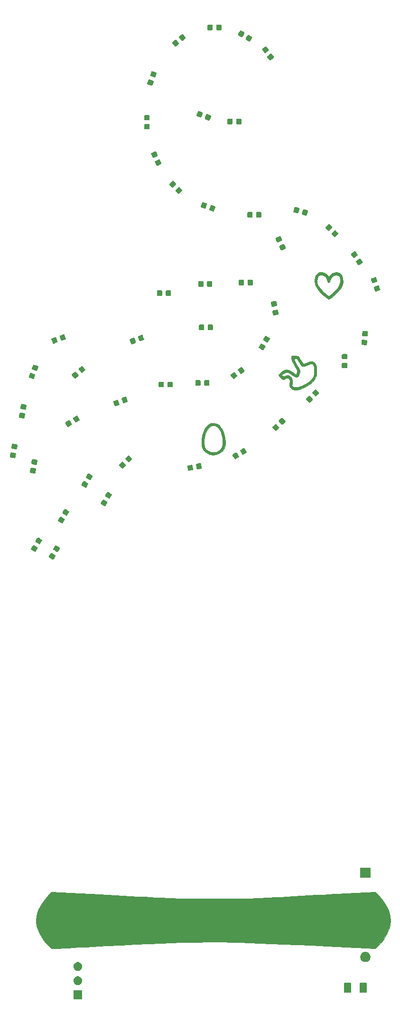
<source format=gts>
G04 #@! TF.GenerationSoftware,KiCad,Pcbnew,(5.1.5)-3*
G04 #@! TF.CreationDate,2020-02-08T22:33:43-06:00*
G04 #@! TF.ProjectId,tymkrs_Cyphercon_2020_flamingo,74796d6b-7273-45f4-9379-70686572636f,V0*
G04 #@! TF.SameCoordinates,Original*
G04 #@! TF.FileFunction,Soldermask,Top*
G04 #@! TF.FilePolarity,Negative*
%FSLAX46Y46*%
G04 Gerber Fmt 4.6, Leading zero omitted, Abs format (unit mm)*
G04 Created by KiCad (PCBNEW (5.1.5)-3) date 2020-02-08 22:33:43*
%MOMM*%
%LPD*%
G04 APERTURE LIST*
%ADD10C,0.010000*%
%ADD11C,0.100000*%
G04 APERTURE END LIST*
D10*
G36*
X106750000Y-177042815D02*
G01*
X108133435Y-177115609D01*
X109524670Y-177188749D01*
X110901489Y-177261072D01*
X112241679Y-177331412D01*
X113523023Y-177398606D01*
X114723307Y-177461489D01*
X115820317Y-177518898D01*
X116791837Y-177569668D01*
X117615652Y-177612634D01*
X118269547Y-177646633D01*
X118450000Y-177655984D01*
X119619331Y-177706885D01*
X120954387Y-177748303D01*
X122421117Y-177780236D01*
X123985471Y-177802685D01*
X125613398Y-177815650D01*
X127270849Y-177819131D01*
X128923773Y-177813128D01*
X130538118Y-177797641D01*
X132079836Y-177772670D01*
X133514876Y-177738215D01*
X134809187Y-177694276D01*
X135650000Y-177655984D01*
X136240765Y-177625323D01*
X137009039Y-177585314D01*
X137932607Y-177537120D01*
X138989253Y-177481903D01*
X140156763Y-177420826D01*
X141412920Y-177355052D01*
X142735511Y-177285744D01*
X144102321Y-177214064D01*
X145491133Y-177141177D01*
X146879734Y-177068244D01*
X147350000Y-177043531D01*
X155950000Y-176591520D01*
X156518085Y-177191064D01*
X157279653Y-178090326D01*
X157883695Y-179007672D01*
X158324722Y-179927251D01*
X158597245Y-180833210D01*
X158695777Y-181709698D01*
X158614827Y-182540864D01*
X158506018Y-182932507D01*
X158021063Y-184068461D01*
X157388798Y-185103278D01*
X156702109Y-185928433D01*
X155950000Y-186706867D01*
X147350000Y-186255955D01*
X144587497Y-186113792D01*
X142017333Y-185987145D01*
X139632470Y-185875752D01*
X137425871Y-185779350D01*
X135390497Y-185697677D01*
X133519310Y-185630472D01*
X131805274Y-185577472D01*
X130241350Y-185538416D01*
X128820500Y-185513040D01*
X127535687Y-185501084D01*
X127049999Y-185500000D01*
X125826186Y-185506510D01*
X124469242Y-185526217D01*
X122972140Y-185559380D01*
X121327851Y-185606261D01*
X119529348Y-185667120D01*
X117569603Y-185742219D01*
X115441587Y-185831817D01*
X113138274Y-185936176D01*
X110652635Y-186055556D01*
X107977642Y-186190219D01*
X106774462Y-186252521D01*
X105483984Y-186319840D01*
X104251669Y-186384087D01*
X103092018Y-186444509D01*
X102019533Y-186500351D01*
X101048714Y-186550860D01*
X100194062Y-186595282D01*
X99470079Y-186632863D01*
X98891264Y-186662849D01*
X98472120Y-186684488D01*
X98227146Y-186697024D01*
X98166362Y-186700000D01*
X98087823Y-186632793D01*
X97902002Y-186451553D01*
X97639786Y-186186846D01*
X97433825Y-185975000D01*
X96778273Y-185204059D01*
X96230840Y-184373129D01*
X95808342Y-183517523D01*
X95527599Y-182672557D01*
X95405427Y-181873545D01*
X95401500Y-181707484D01*
X95497296Y-180836784D01*
X95774056Y-179928361D01*
X96221622Y-179003424D01*
X96829837Y-178083179D01*
X97542474Y-177237630D01*
X98150000Y-176590089D01*
X106750000Y-177042815D01*
G37*
X106750000Y-177042815D02*
X108133435Y-177115609D01*
X109524670Y-177188749D01*
X110901489Y-177261072D01*
X112241679Y-177331412D01*
X113523023Y-177398606D01*
X114723307Y-177461489D01*
X115820317Y-177518898D01*
X116791837Y-177569668D01*
X117615652Y-177612634D01*
X118269547Y-177646633D01*
X118450000Y-177655984D01*
X119619331Y-177706885D01*
X120954387Y-177748303D01*
X122421117Y-177780236D01*
X123985471Y-177802685D01*
X125613398Y-177815650D01*
X127270849Y-177819131D01*
X128923773Y-177813128D01*
X130538118Y-177797641D01*
X132079836Y-177772670D01*
X133514876Y-177738215D01*
X134809187Y-177694276D01*
X135650000Y-177655984D01*
X136240765Y-177625323D01*
X137009039Y-177585314D01*
X137932607Y-177537120D01*
X138989253Y-177481903D01*
X140156763Y-177420826D01*
X141412920Y-177355052D01*
X142735511Y-177285744D01*
X144102321Y-177214064D01*
X145491133Y-177141177D01*
X146879734Y-177068244D01*
X147350000Y-177043531D01*
X155950000Y-176591520D01*
X156518085Y-177191064D01*
X157279653Y-178090326D01*
X157883695Y-179007672D01*
X158324722Y-179927251D01*
X158597245Y-180833210D01*
X158695777Y-181709698D01*
X158614827Y-182540864D01*
X158506018Y-182932507D01*
X158021063Y-184068461D01*
X157388798Y-185103278D01*
X156702109Y-185928433D01*
X155950000Y-186706867D01*
X147350000Y-186255955D01*
X144587497Y-186113792D01*
X142017333Y-185987145D01*
X139632470Y-185875752D01*
X137425871Y-185779350D01*
X135390497Y-185697677D01*
X133519310Y-185630472D01*
X131805274Y-185577472D01*
X130241350Y-185538416D01*
X128820500Y-185513040D01*
X127535687Y-185501084D01*
X127049999Y-185500000D01*
X125826186Y-185506510D01*
X124469242Y-185526217D01*
X122972140Y-185559380D01*
X121327851Y-185606261D01*
X119529348Y-185667120D01*
X117569603Y-185742219D01*
X115441587Y-185831817D01*
X113138274Y-185936176D01*
X110652635Y-186055556D01*
X107977642Y-186190219D01*
X106774462Y-186252521D01*
X105483984Y-186319840D01*
X104251669Y-186384087D01*
X103092018Y-186444509D01*
X102019533Y-186500351D01*
X101048714Y-186550860D01*
X100194062Y-186595282D01*
X99470079Y-186632863D01*
X98891264Y-186662849D01*
X98472120Y-186684488D01*
X98227146Y-186697024D01*
X98166362Y-186700000D01*
X98087823Y-186632793D01*
X97902002Y-186451553D01*
X97639786Y-186186846D01*
X97433825Y-185975000D01*
X96778273Y-185204059D01*
X96230840Y-184373129D01*
X95808342Y-183517523D01*
X95527599Y-182672557D01*
X95405427Y-181873545D01*
X95401500Y-181707484D01*
X95497296Y-180836784D01*
X95774056Y-179928361D01*
X96221622Y-179003424D01*
X96829837Y-178083179D01*
X97542474Y-177237630D01*
X98150000Y-176590089D01*
X106750000Y-177042815D01*
G36*
X149395399Y-66189740D02*
G01*
X149740007Y-66434929D01*
X149992357Y-66803426D01*
X150139969Y-67262715D01*
X150170363Y-67780281D01*
X150071057Y-68323609D01*
X149946822Y-68642571D01*
X149764142Y-68941828D01*
X149484206Y-69299383D01*
X149139662Y-69683585D01*
X148763160Y-70062781D01*
X148387351Y-70405320D01*
X148044883Y-70679549D01*
X147768408Y-70853818D01*
X147618225Y-70900000D01*
X147495786Y-70841058D01*
X147263985Y-70684548D01*
X146967101Y-70460939D01*
X146882053Y-70393434D01*
X146143272Y-69728328D01*
X145600719Y-69076759D01*
X145255312Y-68440122D01*
X145107965Y-67819812D01*
X145102196Y-67681509D01*
X145116984Y-67555082D01*
X145539356Y-67555082D01*
X145547799Y-67902173D01*
X145553696Y-67933367D01*
X145737858Y-68439149D01*
X146090740Y-68976731D01*
X146621645Y-69559485D01*
X146809392Y-69738062D01*
X147123186Y-70021067D01*
X147385483Y-70243688D01*
X147560358Y-70376164D01*
X147608427Y-70400000D01*
X147723158Y-70341035D01*
X147942968Y-70186481D01*
X148219115Y-69970721D01*
X148797060Y-69439153D01*
X149245250Y-68900038D01*
X149544797Y-68380113D01*
X149676689Y-67907416D01*
X149684263Y-67347141D01*
X149580413Y-66948119D01*
X149360767Y-66702665D01*
X149020952Y-66603094D01*
X148932857Y-66600000D01*
X148613720Y-66678534D01*
X148298281Y-66879656D01*
X148044118Y-67151646D01*
X147908810Y-67442783D01*
X147900000Y-67527755D01*
X147850430Y-67767724D01*
X147731641Y-67915353D01*
X147588512Y-67928959D01*
X147524815Y-67876233D01*
X147432980Y-67693048D01*
X147354495Y-67429105D01*
X147354195Y-67427703D01*
X147187026Y-67062545D01*
X146892853Y-66788319D01*
X146525017Y-66631597D01*
X146136860Y-66618951D01*
X145896822Y-66701700D01*
X145733921Y-66882862D01*
X145608082Y-67191317D01*
X145539356Y-67555082D01*
X145116984Y-67555082D01*
X145171177Y-67091773D01*
X145367736Y-66628954D01*
X145667170Y-66305563D01*
X146044776Y-66134109D01*
X146475851Y-66127104D01*
X146935692Y-66297057D01*
X147304669Y-66566115D01*
X147530726Y-66763577D01*
X147658464Y-66838745D01*
X147736183Y-66805353D01*
X147796774Y-66706027D01*
X147986795Y-66502175D01*
X148296814Y-66306641D01*
X148649348Y-66159389D01*
X148966915Y-66100382D01*
X148971016Y-66100373D01*
X149395399Y-66189740D01*
G37*
X149395399Y-66189740D02*
X149740007Y-66434929D01*
X149992357Y-66803426D01*
X150139969Y-67262715D01*
X150170363Y-67780281D01*
X150071057Y-68323609D01*
X149946822Y-68642571D01*
X149764142Y-68941828D01*
X149484206Y-69299383D01*
X149139662Y-69683585D01*
X148763160Y-70062781D01*
X148387351Y-70405320D01*
X148044883Y-70679549D01*
X147768408Y-70853818D01*
X147618225Y-70900000D01*
X147495786Y-70841058D01*
X147263985Y-70684548D01*
X146967101Y-70460939D01*
X146882053Y-70393434D01*
X146143272Y-69728328D01*
X145600719Y-69076759D01*
X145255312Y-68440122D01*
X145107965Y-67819812D01*
X145102196Y-67681509D01*
X145116984Y-67555082D01*
X145539356Y-67555082D01*
X145547799Y-67902173D01*
X145553696Y-67933367D01*
X145737858Y-68439149D01*
X146090740Y-68976731D01*
X146621645Y-69559485D01*
X146809392Y-69738062D01*
X147123186Y-70021067D01*
X147385483Y-70243688D01*
X147560358Y-70376164D01*
X147608427Y-70400000D01*
X147723158Y-70341035D01*
X147942968Y-70186481D01*
X148219115Y-69970721D01*
X148797060Y-69439153D01*
X149245250Y-68900038D01*
X149544797Y-68380113D01*
X149676689Y-67907416D01*
X149684263Y-67347141D01*
X149580413Y-66948119D01*
X149360767Y-66702665D01*
X149020952Y-66603094D01*
X148932857Y-66600000D01*
X148613720Y-66678534D01*
X148298281Y-66879656D01*
X148044118Y-67151646D01*
X147908810Y-67442783D01*
X147900000Y-67527755D01*
X147850430Y-67767724D01*
X147731641Y-67915353D01*
X147588512Y-67928959D01*
X147524815Y-67876233D01*
X147432980Y-67693048D01*
X147354495Y-67429105D01*
X147354195Y-67427703D01*
X147187026Y-67062545D01*
X146892853Y-66788319D01*
X146525017Y-66631597D01*
X146136860Y-66618951D01*
X145896822Y-66701700D01*
X145733921Y-66882862D01*
X145608082Y-67191317D01*
X145539356Y-67555082D01*
X145116984Y-67555082D01*
X145171177Y-67091773D01*
X145367736Y-66628954D01*
X145667170Y-66305563D01*
X146044776Y-66134109D01*
X146475851Y-66127104D01*
X146935692Y-66297057D01*
X147304669Y-66566115D01*
X147530726Y-66763577D01*
X147658464Y-66838745D01*
X147736183Y-66805353D01*
X147796774Y-66706027D01*
X147986795Y-66502175D01*
X148296814Y-66306641D01*
X148649348Y-66159389D01*
X148966915Y-66100382D01*
X148971016Y-66100373D01*
X149395399Y-66189740D01*
G36*
X141618778Y-81020194D02*
G01*
X142240146Y-81050000D01*
X142602385Y-81677312D01*
X142793890Y-81999842D01*
X142956124Y-82256827D01*
X143055754Y-82395595D01*
X143059250Y-82399250D01*
X143208687Y-82415649D01*
X143497758Y-82327990D01*
X143697147Y-82242176D01*
X144250682Y-82049087D01*
X144711322Y-82023343D01*
X145072076Y-82164537D01*
X145239568Y-82331750D01*
X145366307Y-82615534D01*
X145453036Y-83035695D01*
X145495691Y-83531868D01*
X145490210Y-84043685D01*
X145432530Y-84510782D01*
X145396448Y-84662684D01*
X145148441Y-85196878D01*
X144720558Y-85707070D01*
X144132768Y-86177035D01*
X143405044Y-86590550D01*
X142636874Y-86904515D01*
X142016604Y-87070960D01*
X141518594Y-87095930D01*
X141122505Y-86978184D01*
X140882048Y-86797433D01*
X140689336Y-86576286D01*
X140619251Y-86374882D01*
X140637090Y-86089490D01*
X140639486Y-86072433D01*
X140688632Y-85670072D01*
X140691747Y-85408612D01*
X140641682Y-85232770D01*
X140531285Y-85087263D01*
X140509150Y-85064705D01*
X140342419Y-84948064D01*
X140154746Y-84947416D01*
X139899772Y-85071535D01*
X139677609Y-85222116D01*
X139557319Y-85273724D01*
X139421511Y-85229531D01*
X139222492Y-85067178D01*
X139102609Y-84952547D01*
X138881337Y-84718241D01*
X138735102Y-84528429D01*
X138700000Y-84449321D01*
X138705567Y-84438640D01*
X139303326Y-84438640D01*
X139319321Y-84583498D01*
X139480490Y-84651085D01*
X139776796Y-84606146D01*
X139891336Y-84565134D01*
X140307842Y-84466257D01*
X140641278Y-84544342D01*
X140910328Y-84804171D01*
X140928004Y-84830464D01*
X141137651Y-85286873D01*
X141155624Y-85717029D01*
X141102954Y-85892868D01*
X141032234Y-86221969D01*
X141120718Y-86454697D01*
X141351326Y-86589146D01*
X141706979Y-86623409D01*
X142170596Y-86555582D01*
X142725098Y-86383757D01*
X143291003Y-86137022D01*
X143995374Y-85730158D01*
X144511921Y-85289433D01*
X144851530Y-84803643D01*
X145003097Y-84375219D01*
X145071790Y-83879282D01*
X145067624Y-83386774D01*
X144996987Y-82952875D01*
X144866269Y-82632767D01*
X144790794Y-82541669D01*
X144668020Y-82445582D01*
X144546103Y-82420407D01*
X144363692Y-82470757D01*
X144071724Y-82595769D01*
X143705849Y-82737546D01*
X143347300Y-82842799D01*
X143184989Y-82873783D01*
X143001611Y-82889059D01*
X142867588Y-82858271D01*
X142744584Y-82748750D01*
X142594264Y-82527827D01*
X142405578Y-82209550D01*
X142180210Y-81843372D01*
X142010601Y-81624991D01*
X141866346Y-81521718D01*
X141745588Y-81500000D01*
X141560849Y-81545882D01*
X141509046Y-81692874D01*
X141591752Y-81954994D01*
X141810544Y-82346259D01*
X141847207Y-82404423D01*
X142155324Y-82911187D01*
X142353108Y-83299443D01*
X142455270Y-83606773D01*
X142476525Y-83870757D01*
X142464370Y-83980818D01*
X142334463Y-84431761D01*
X142124383Y-84700092D01*
X141839933Y-84783775D01*
X141486915Y-84680774D01*
X141138470Y-84445903D01*
X140717719Y-84137354D01*
X140372474Y-83978444D01*
X140060242Y-83957331D01*
X139747001Y-84058125D01*
X139442540Y-84251765D01*
X139303326Y-84438640D01*
X138705567Y-84438640D01*
X138772221Y-84310780D01*
X138954278Y-84104657D01*
X139194257Y-83881006D01*
X139440247Y-83689880D01*
X139568425Y-83611999D01*
X139996007Y-83500601D01*
X140480538Y-83557580D01*
X140986694Y-83773868D01*
X141420216Y-84087263D01*
X141643593Y-84269757D01*
X141777772Y-84327666D01*
X141874703Y-84278102D01*
X141903063Y-84246309D01*
X142016604Y-83958267D01*
X141969485Y-83580082D01*
X141766070Y-83134599D01*
X141658537Y-82966686D01*
X141448445Y-82616732D01*
X141251471Y-82213469D01*
X141087269Y-81807783D01*
X140975491Y-81450557D01*
X140935791Y-81192678D01*
X140946487Y-81123093D01*
X141048930Y-81045649D01*
X141296759Y-81014572D01*
X141618778Y-81020194D01*
G37*
X141618778Y-81020194D02*
X142240146Y-81050000D01*
X142602385Y-81677312D01*
X142793890Y-81999842D01*
X142956124Y-82256827D01*
X143055754Y-82395595D01*
X143059250Y-82399250D01*
X143208687Y-82415649D01*
X143497758Y-82327990D01*
X143697147Y-82242176D01*
X144250682Y-82049087D01*
X144711322Y-82023343D01*
X145072076Y-82164537D01*
X145239568Y-82331750D01*
X145366307Y-82615534D01*
X145453036Y-83035695D01*
X145495691Y-83531868D01*
X145490210Y-84043685D01*
X145432530Y-84510782D01*
X145396448Y-84662684D01*
X145148441Y-85196878D01*
X144720558Y-85707070D01*
X144132768Y-86177035D01*
X143405044Y-86590550D01*
X142636874Y-86904515D01*
X142016604Y-87070960D01*
X141518594Y-87095930D01*
X141122505Y-86978184D01*
X140882048Y-86797433D01*
X140689336Y-86576286D01*
X140619251Y-86374882D01*
X140637090Y-86089490D01*
X140639486Y-86072433D01*
X140688632Y-85670072D01*
X140691747Y-85408612D01*
X140641682Y-85232770D01*
X140531285Y-85087263D01*
X140509150Y-85064705D01*
X140342419Y-84948064D01*
X140154746Y-84947416D01*
X139899772Y-85071535D01*
X139677609Y-85222116D01*
X139557319Y-85273724D01*
X139421511Y-85229531D01*
X139222492Y-85067178D01*
X139102609Y-84952547D01*
X138881337Y-84718241D01*
X138735102Y-84528429D01*
X138700000Y-84449321D01*
X138705567Y-84438640D01*
X139303326Y-84438640D01*
X139319321Y-84583498D01*
X139480490Y-84651085D01*
X139776796Y-84606146D01*
X139891336Y-84565134D01*
X140307842Y-84466257D01*
X140641278Y-84544342D01*
X140910328Y-84804171D01*
X140928004Y-84830464D01*
X141137651Y-85286873D01*
X141155624Y-85717029D01*
X141102954Y-85892868D01*
X141032234Y-86221969D01*
X141120718Y-86454697D01*
X141351326Y-86589146D01*
X141706979Y-86623409D01*
X142170596Y-86555582D01*
X142725098Y-86383757D01*
X143291003Y-86137022D01*
X143995374Y-85730158D01*
X144511921Y-85289433D01*
X144851530Y-84803643D01*
X145003097Y-84375219D01*
X145071790Y-83879282D01*
X145067624Y-83386774D01*
X144996987Y-82952875D01*
X144866269Y-82632767D01*
X144790794Y-82541669D01*
X144668020Y-82445582D01*
X144546103Y-82420407D01*
X144363692Y-82470757D01*
X144071724Y-82595769D01*
X143705849Y-82737546D01*
X143347300Y-82842799D01*
X143184989Y-82873783D01*
X143001611Y-82889059D01*
X142867588Y-82858271D01*
X142744584Y-82748750D01*
X142594264Y-82527827D01*
X142405578Y-82209550D01*
X142180210Y-81843372D01*
X142010601Y-81624991D01*
X141866346Y-81521718D01*
X141745588Y-81500000D01*
X141560849Y-81545882D01*
X141509046Y-81692874D01*
X141591752Y-81954994D01*
X141810544Y-82346259D01*
X141847207Y-82404423D01*
X142155324Y-82911187D01*
X142353108Y-83299443D01*
X142455270Y-83606773D01*
X142476525Y-83870757D01*
X142464370Y-83980818D01*
X142334463Y-84431761D01*
X142124383Y-84700092D01*
X141839933Y-84783775D01*
X141486915Y-84680774D01*
X141138470Y-84445903D01*
X140717719Y-84137354D01*
X140372474Y-83978444D01*
X140060242Y-83957331D01*
X139747001Y-84058125D01*
X139442540Y-84251765D01*
X139303326Y-84438640D01*
X138705567Y-84438640D01*
X138772221Y-84310780D01*
X138954278Y-84104657D01*
X139194257Y-83881006D01*
X139440247Y-83689880D01*
X139568425Y-83611999D01*
X139996007Y-83500601D01*
X140480538Y-83557580D01*
X140986694Y-83773868D01*
X141420216Y-84087263D01*
X141643593Y-84269757D01*
X141777772Y-84327666D01*
X141874703Y-84278102D01*
X141903063Y-84246309D01*
X142016604Y-83958267D01*
X141969485Y-83580082D01*
X141766070Y-83134599D01*
X141658537Y-82966686D01*
X141448445Y-82616732D01*
X141251471Y-82213469D01*
X141087269Y-81807783D01*
X140975491Y-81450557D01*
X140935791Y-81192678D01*
X140946487Y-81123093D01*
X141048930Y-81045649D01*
X141296759Y-81014572D01*
X141618778Y-81020194D01*
G36*
X127606867Y-93122420D02*
G01*
X128069438Y-93403651D01*
X128473491Y-93848309D01*
X128688784Y-94216020D01*
X128961743Y-94904895D01*
X129133854Y-95623847D01*
X129200315Y-96324560D01*
X129156320Y-96958724D01*
X129010413Y-97450000D01*
X128660297Y-97985861D01*
X128188858Y-98380196D01*
X127627781Y-98620272D01*
X127008751Y-98693361D01*
X126363452Y-98586734D01*
X126263726Y-98553518D01*
X125817681Y-98315503D01*
X125413315Y-97961862D01*
X125150751Y-97598682D01*
X124993696Y-97123560D01*
X124934395Y-96529283D01*
X124951285Y-96170347D01*
X125411609Y-96170347D01*
X125412561Y-96707848D01*
X125469468Y-97143887D01*
X125495149Y-97235303D01*
X125726726Y-97640411D01*
X126095203Y-97949049D01*
X126555843Y-98148451D01*
X127063902Y-98225850D01*
X127574641Y-98168479D01*
X128043320Y-97963571D01*
X128044528Y-97962780D01*
X128378550Y-97665929D01*
X128594813Y-97276833D01*
X128700649Y-96770556D01*
X128703393Y-96122158D01*
X128676780Y-95812815D01*
X128541042Y-95071307D01*
X128316629Y-94460415D01*
X128021729Y-93987254D01*
X127674534Y-93658936D01*
X127293234Y-93482576D01*
X126896019Y-93465287D01*
X126501079Y-93614183D01*
X126126605Y-93936377D01*
X125790786Y-94438982D01*
X125691641Y-94645438D01*
X125556432Y-95069504D01*
X125461327Y-95601020D01*
X125411609Y-96170347D01*
X124951285Y-96170347D01*
X124965566Y-95866892D01*
X125079927Y-95187431D01*
X125270195Y-94541941D01*
X125529090Y-93981466D01*
X125704068Y-93720250D01*
X126134379Y-93303532D01*
X126612704Y-93067937D01*
X127112412Y-93009040D01*
X127606867Y-93122420D01*
G37*
X127606867Y-93122420D02*
X128069438Y-93403651D01*
X128473491Y-93848309D01*
X128688784Y-94216020D01*
X128961743Y-94904895D01*
X129133854Y-95623847D01*
X129200315Y-96324560D01*
X129156320Y-96958724D01*
X129010413Y-97450000D01*
X128660297Y-97985861D01*
X128188858Y-98380196D01*
X127627781Y-98620272D01*
X127008751Y-98693361D01*
X126363452Y-98586734D01*
X126263726Y-98553518D01*
X125817681Y-98315503D01*
X125413315Y-97961862D01*
X125150751Y-97598682D01*
X124993696Y-97123560D01*
X124934395Y-96529283D01*
X124951285Y-96170347D01*
X125411609Y-96170347D01*
X125412561Y-96707848D01*
X125469468Y-97143887D01*
X125495149Y-97235303D01*
X125726726Y-97640411D01*
X126095203Y-97949049D01*
X126555843Y-98148451D01*
X127063902Y-98225850D01*
X127574641Y-98168479D01*
X128043320Y-97963571D01*
X128044528Y-97962780D01*
X128378550Y-97665929D01*
X128594813Y-97276833D01*
X128700649Y-96770556D01*
X128703393Y-96122158D01*
X128676780Y-95812815D01*
X128541042Y-95071307D01*
X128316629Y-94460415D01*
X128021729Y-93987254D01*
X127674534Y-93658936D01*
X127293234Y-93482576D01*
X126896019Y-93465287D01*
X126501079Y-93614183D01*
X126126605Y-93936377D01*
X125790786Y-94438982D01*
X125691641Y-94645438D01*
X125556432Y-95069504D01*
X125461327Y-95601020D01*
X125411609Y-96170347D01*
X124951285Y-96170347D01*
X124965566Y-95866892D01*
X125079927Y-95187431D01*
X125270195Y-94541941D01*
X125529090Y-93981466D01*
X125704068Y-93720250D01*
X126134379Y-93303532D01*
X126612704Y-93067937D01*
X127112412Y-93009040D01*
X127606867Y-93122420D01*
D11*
G36*
X103657400Y-195732400D02*
G01*
X102082600Y-195732400D01*
X102082600Y-194157600D01*
X103657400Y-194157600D01*
X103657400Y-195732400D01*
G37*
G36*
X154301245Y-192778751D02*
G01*
X154335866Y-192789253D01*
X154367774Y-192806308D01*
X154395741Y-192829259D01*
X154418692Y-192857226D01*
X154435747Y-192889134D01*
X154446249Y-192923755D01*
X154450400Y-192965901D01*
X154450400Y-194384099D01*
X154446249Y-194426245D01*
X154435747Y-194460866D01*
X154418692Y-194492774D01*
X154395741Y-194520741D01*
X154367774Y-194543692D01*
X154335866Y-194560747D01*
X154301245Y-194571249D01*
X154259099Y-194575400D01*
X153340901Y-194575400D01*
X153298755Y-194571249D01*
X153264134Y-194560747D01*
X153232226Y-194543692D01*
X153204259Y-194520741D01*
X153181308Y-194492774D01*
X153164253Y-194460866D01*
X153153751Y-194426245D01*
X153149600Y-194384099D01*
X153149600Y-192965901D01*
X153153751Y-192923755D01*
X153164253Y-192889134D01*
X153181308Y-192857226D01*
X153204259Y-192829259D01*
X153232226Y-192806308D01*
X153264134Y-192789253D01*
X153298755Y-192778751D01*
X153340901Y-192774600D01*
X154259099Y-192774600D01*
X154301245Y-192778751D01*
G37*
G36*
X151501245Y-192778751D02*
G01*
X151535866Y-192789253D01*
X151567774Y-192806308D01*
X151595741Y-192829259D01*
X151618692Y-192857226D01*
X151635747Y-192889134D01*
X151646249Y-192923755D01*
X151650400Y-192965901D01*
X151650400Y-194384099D01*
X151646249Y-194426245D01*
X151635747Y-194460866D01*
X151618692Y-194492774D01*
X151595741Y-194520741D01*
X151567774Y-194543692D01*
X151535866Y-194560747D01*
X151501245Y-194571249D01*
X151459099Y-194575400D01*
X150540901Y-194575400D01*
X150498755Y-194571249D01*
X150464134Y-194560747D01*
X150432226Y-194543692D01*
X150404259Y-194520741D01*
X150381308Y-194492774D01*
X150364253Y-194460866D01*
X150353751Y-194426245D01*
X150349600Y-194384099D01*
X150349600Y-192965901D01*
X150353751Y-192923755D01*
X150364253Y-192889134D01*
X150381308Y-192857226D01*
X150404259Y-192829259D01*
X150432226Y-192806308D01*
X150464134Y-192789253D01*
X150498755Y-192778751D01*
X150540901Y-192774600D01*
X151459099Y-192774600D01*
X151501245Y-192778751D01*
G37*
G36*
X103099676Y-191647859D02*
G01*
X103242973Y-191707214D01*
X103371938Y-191793386D01*
X103481614Y-191903062D01*
X103567786Y-192032027D01*
X103627141Y-192175324D01*
X103657400Y-192327447D01*
X103657400Y-192482553D01*
X103627141Y-192634676D01*
X103567786Y-192777973D01*
X103481614Y-192906938D01*
X103371938Y-193016614D01*
X103242973Y-193102786D01*
X103099676Y-193162141D01*
X102947553Y-193192400D01*
X102792447Y-193192400D01*
X102640324Y-193162141D01*
X102497027Y-193102786D01*
X102368062Y-193016614D01*
X102258386Y-192906938D01*
X102172214Y-192777973D01*
X102112859Y-192634676D01*
X102082600Y-192482553D01*
X102082600Y-192327447D01*
X102112859Y-192175324D01*
X102172214Y-192032027D01*
X102258386Y-191903062D01*
X102368062Y-191793386D01*
X102497027Y-191707214D01*
X102640324Y-191647859D01*
X102792447Y-191617600D01*
X102947553Y-191617600D01*
X103099676Y-191647859D01*
G37*
G36*
X103099676Y-189107859D02*
G01*
X103242973Y-189167214D01*
X103371938Y-189253386D01*
X103481614Y-189363062D01*
X103567786Y-189492027D01*
X103627141Y-189635324D01*
X103657400Y-189787447D01*
X103657400Y-189942553D01*
X103627141Y-190094676D01*
X103567786Y-190237973D01*
X103481614Y-190366938D01*
X103371938Y-190476614D01*
X103242973Y-190562786D01*
X103099676Y-190622141D01*
X102947553Y-190652400D01*
X102792447Y-190652400D01*
X102640324Y-190622141D01*
X102497027Y-190562786D01*
X102368062Y-190476614D01*
X102258386Y-190366938D01*
X102172214Y-190237973D01*
X102112859Y-190094676D01*
X102082600Y-189942553D01*
X102082600Y-189787447D01*
X102112859Y-189635324D01*
X102172214Y-189492027D01*
X102258386Y-189363062D01*
X102368062Y-189253386D01*
X102497027Y-189167214D01*
X102640324Y-189107859D01*
X102792447Y-189077600D01*
X102947553Y-189077600D01*
X103099676Y-189107859D01*
G37*
G36*
X154444721Y-187283940D02*
G01*
X154542201Y-187324318D01*
X154611130Y-187352869D01*
X154611131Y-187352870D01*
X154760896Y-187452939D01*
X154888261Y-187580304D01*
X154955125Y-187680374D01*
X154988331Y-187730070D01*
X155016882Y-187798999D01*
X155057260Y-187896479D01*
X155092400Y-188073139D01*
X155092400Y-188253261D01*
X155057260Y-188429921D01*
X155016882Y-188527401D01*
X154988331Y-188596330D01*
X154988330Y-188596331D01*
X154888261Y-188746096D01*
X154760896Y-188873461D01*
X154660826Y-188940325D01*
X154611130Y-188973531D01*
X154542201Y-189002082D01*
X154444721Y-189042460D01*
X154268061Y-189077600D01*
X154087939Y-189077600D01*
X153911279Y-189042460D01*
X153813799Y-189002082D01*
X153744870Y-188973531D01*
X153695174Y-188940325D01*
X153595104Y-188873461D01*
X153467739Y-188746096D01*
X153367670Y-188596331D01*
X153367669Y-188596330D01*
X153339118Y-188527401D01*
X153298740Y-188429921D01*
X153263600Y-188253261D01*
X153263600Y-188073139D01*
X153298740Y-187896479D01*
X153339118Y-187798999D01*
X153367669Y-187730070D01*
X153400875Y-187680374D01*
X153467739Y-187580304D01*
X153595104Y-187452939D01*
X153744869Y-187352870D01*
X153744870Y-187352869D01*
X153813799Y-187324318D01*
X153911279Y-187283940D01*
X154087939Y-187248800D01*
X154268061Y-187248800D01*
X154444721Y-187283940D01*
G37*
G36*
X155092400Y-174091600D02*
G01*
X153263600Y-174091600D01*
X153263600Y-172262800D01*
X155092400Y-172262800D01*
X155092400Y-174091600D01*
G37*
G36*
X98167151Y-116172798D02*
G01*
X98199295Y-116180293D01*
X98234973Y-116196459D01*
X98283771Y-116224632D01*
X98283781Y-116224637D01*
X98749617Y-116493587D01*
X98749625Y-116493593D01*
X98798426Y-116521768D01*
X98830264Y-116544583D01*
X98852827Y-116568673D01*
X98870253Y-116596696D01*
X98881878Y-116627583D01*
X98887253Y-116660141D01*
X98886173Y-116693124D01*
X98878678Y-116725268D01*
X98862512Y-116760946D01*
X98834339Y-116809744D01*
X98834334Y-116809754D01*
X98602884Y-117210638D01*
X98602878Y-117210646D01*
X98574703Y-117259447D01*
X98551888Y-117291285D01*
X98527798Y-117313848D01*
X98499775Y-117331274D01*
X98468888Y-117342899D01*
X98436330Y-117348274D01*
X98403347Y-117347194D01*
X98371203Y-117339699D01*
X98335525Y-117323533D01*
X98286727Y-117295360D01*
X98286717Y-117295355D01*
X97820881Y-117026405D01*
X97820873Y-117026399D01*
X97772072Y-116998224D01*
X97740234Y-116975409D01*
X97717671Y-116951319D01*
X97700245Y-116923296D01*
X97688620Y-116892409D01*
X97683245Y-116859851D01*
X97684325Y-116826868D01*
X97691820Y-116794724D01*
X97707986Y-116759046D01*
X97736159Y-116710248D01*
X97736164Y-116710238D01*
X97967614Y-116309354D01*
X97967620Y-116309346D01*
X97995795Y-116260545D01*
X98018610Y-116228707D01*
X98042700Y-116206144D01*
X98070723Y-116188718D01*
X98101610Y-116177093D01*
X98134168Y-116171718D01*
X98167151Y-116172798D01*
G37*
G36*
X98954653Y-114808806D02*
G01*
X98986797Y-114816301D01*
X99022475Y-114832467D01*
X99071273Y-114860640D01*
X99071283Y-114860645D01*
X99537119Y-115129595D01*
X99537127Y-115129601D01*
X99585928Y-115157776D01*
X99617766Y-115180591D01*
X99640329Y-115204681D01*
X99657755Y-115232704D01*
X99669380Y-115263591D01*
X99674755Y-115296149D01*
X99673675Y-115329132D01*
X99666180Y-115361276D01*
X99650014Y-115396954D01*
X99621841Y-115445752D01*
X99621836Y-115445762D01*
X99390386Y-115846646D01*
X99390380Y-115846654D01*
X99362205Y-115895455D01*
X99339390Y-115927293D01*
X99315300Y-115949856D01*
X99287277Y-115967282D01*
X99256390Y-115978907D01*
X99223832Y-115984282D01*
X99190849Y-115983202D01*
X99158705Y-115975707D01*
X99123027Y-115959541D01*
X99074229Y-115931368D01*
X99074219Y-115931363D01*
X98608383Y-115662413D01*
X98608375Y-115662407D01*
X98559574Y-115634232D01*
X98527736Y-115611417D01*
X98505173Y-115587327D01*
X98487747Y-115559304D01*
X98476122Y-115528417D01*
X98470747Y-115495859D01*
X98471827Y-115462876D01*
X98479322Y-115430732D01*
X98495488Y-115395054D01*
X98523661Y-115346256D01*
X98523666Y-115346246D01*
X98755116Y-114945362D01*
X98755122Y-114945354D01*
X98783297Y-114896553D01*
X98806112Y-114864715D01*
X98830202Y-114842152D01*
X98858225Y-114824726D01*
X98889112Y-114813101D01*
X98921670Y-114807726D01*
X98954653Y-114808806D01*
G37*
G36*
X94992151Y-114775798D02*
G01*
X95024295Y-114783293D01*
X95059973Y-114799459D01*
X95108771Y-114827632D01*
X95108781Y-114827637D01*
X95574617Y-115096587D01*
X95574625Y-115096593D01*
X95623426Y-115124768D01*
X95655264Y-115147583D01*
X95677827Y-115171673D01*
X95695253Y-115199696D01*
X95706878Y-115230583D01*
X95712253Y-115263141D01*
X95711173Y-115296124D01*
X95703678Y-115328268D01*
X95687512Y-115363946D01*
X95659339Y-115412744D01*
X95659334Y-115412754D01*
X95427884Y-115813638D01*
X95427878Y-115813646D01*
X95399703Y-115862447D01*
X95376888Y-115894285D01*
X95352798Y-115916848D01*
X95324775Y-115934274D01*
X95293888Y-115945899D01*
X95261330Y-115951274D01*
X95228347Y-115950194D01*
X95196203Y-115942699D01*
X95160525Y-115926533D01*
X95111727Y-115898360D01*
X95111717Y-115898355D01*
X94645881Y-115629405D01*
X94645873Y-115629399D01*
X94597072Y-115601224D01*
X94565234Y-115578409D01*
X94542671Y-115554319D01*
X94525245Y-115526296D01*
X94513620Y-115495409D01*
X94508245Y-115462851D01*
X94509325Y-115429868D01*
X94516820Y-115397724D01*
X94532986Y-115362046D01*
X94561159Y-115313248D01*
X94561164Y-115313238D01*
X94792614Y-114912354D01*
X94792620Y-114912346D01*
X94820795Y-114863545D01*
X94843610Y-114831707D01*
X94867700Y-114809144D01*
X94895723Y-114791718D01*
X94926610Y-114780093D01*
X94959168Y-114774718D01*
X94992151Y-114775798D01*
G37*
G36*
X95779653Y-113411806D02*
G01*
X95811797Y-113419301D01*
X95847475Y-113435467D01*
X95896273Y-113463640D01*
X95896283Y-113463645D01*
X96362119Y-113732595D01*
X96362127Y-113732601D01*
X96410928Y-113760776D01*
X96442766Y-113783591D01*
X96465329Y-113807681D01*
X96482755Y-113835704D01*
X96494380Y-113866591D01*
X96499755Y-113899149D01*
X96498675Y-113932132D01*
X96491180Y-113964276D01*
X96475014Y-113999954D01*
X96446841Y-114048752D01*
X96446836Y-114048762D01*
X96215386Y-114449646D01*
X96215380Y-114449654D01*
X96187205Y-114498455D01*
X96164390Y-114530293D01*
X96140300Y-114552856D01*
X96112277Y-114570282D01*
X96081390Y-114581907D01*
X96048832Y-114587282D01*
X96015849Y-114586202D01*
X95983705Y-114578707D01*
X95948027Y-114562541D01*
X95899229Y-114534368D01*
X95899219Y-114534363D01*
X95433383Y-114265413D01*
X95433375Y-114265407D01*
X95384574Y-114237232D01*
X95352736Y-114214417D01*
X95330173Y-114190327D01*
X95312747Y-114162304D01*
X95301122Y-114131417D01*
X95295747Y-114098859D01*
X95296827Y-114065876D01*
X95304322Y-114033732D01*
X95320488Y-113998054D01*
X95348661Y-113949256D01*
X95348666Y-113949246D01*
X95580116Y-113548362D01*
X95580122Y-113548354D01*
X95608297Y-113499553D01*
X95631112Y-113467715D01*
X95655202Y-113445152D01*
X95683225Y-113427726D01*
X95714112Y-113416101D01*
X95746670Y-113410726D01*
X95779653Y-113411806D01*
G37*
G36*
X99818151Y-109695798D02*
G01*
X99850295Y-109703293D01*
X99885973Y-109719459D01*
X99934771Y-109747632D01*
X99934781Y-109747637D01*
X100400617Y-110016587D01*
X100400625Y-110016593D01*
X100449426Y-110044768D01*
X100481264Y-110067583D01*
X100503827Y-110091673D01*
X100521253Y-110119696D01*
X100532878Y-110150583D01*
X100538253Y-110183141D01*
X100537173Y-110216124D01*
X100529678Y-110248268D01*
X100513512Y-110283946D01*
X100485339Y-110332744D01*
X100485334Y-110332754D01*
X100253884Y-110733638D01*
X100253878Y-110733646D01*
X100225703Y-110782447D01*
X100202888Y-110814285D01*
X100178798Y-110836848D01*
X100150775Y-110854274D01*
X100119888Y-110865899D01*
X100087330Y-110871274D01*
X100054347Y-110870194D01*
X100022203Y-110862699D01*
X99986525Y-110846533D01*
X99937727Y-110818360D01*
X99937717Y-110818355D01*
X99471881Y-110549405D01*
X99471873Y-110549399D01*
X99423072Y-110521224D01*
X99391234Y-110498409D01*
X99368671Y-110474319D01*
X99351245Y-110446296D01*
X99339620Y-110415409D01*
X99334245Y-110382851D01*
X99335325Y-110349868D01*
X99342820Y-110317724D01*
X99358986Y-110282046D01*
X99387159Y-110233248D01*
X99387164Y-110233238D01*
X99618614Y-109832354D01*
X99618620Y-109832346D01*
X99646795Y-109783545D01*
X99669610Y-109751707D01*
X99693700Y-109729144D01*
X99721723Y-109711718D01*
X99752610Y-109700093D01*
X99785168Y-109694718D01*
X99818151Y-109695798D01*
G37*
G36*
X100605653Y-108331806D02*
G01*
X100637797Y-108339301D01*
X100673475Y-108355467D01*
X100722273Y-108383640D01*
X100722283Y-108383645D01*
X101188119Y-108652595D01*
X101188127Y-108652601D01*
X101236928Y-108680776D01*
X101268766Y-108703591D01*
X101291329Y-108727681D01*
X101308755Y-108755704D01*
X101320380Y-108786591D01*
X101325755Y-108819149D01*
X101324675Y-108852132D01*
X101317180Y-108884276D01*
X101301014Y-108919954D01*
X101272841Y-108968752D01*
X101272836Y-108968762D01*
X101041386Y-109369646D01*
X101041380Y-109369654D01*
X101013205Y-109418455D01*
X100990390Y-109450293D01*
X100966300Y-109472856D01*
X100938277Y-109490282D01*
X100907390Y-109501907D01*
X100874832Y-109507282D01*
X100841849Y-109506202D01*
X100809705Y-109498707D01*
X100774027Y-109482541D01*
X100725229Y-109454368D01*
X100725219Y-109454363D01*
X100259383Y-109185413D01*
X100259375Y-109185407D01*
X100210574Y-109157232D01*
X100178736Y-109134417D01*
X100156173Y-109110327D01*
X100138747Y-109082304D01*
X100127122Y-109051417D01*
X100121747Y-109018859D01*
X100122827Y-108985876D01*
X100130322Y-108953732D01*
X100146488Y-108918054D01*
X100174661Y-108869256D01*
X100174666Y-108869246D01*
X100406116Y-108468362D01*
X100406122Y-108468354D01*
X100434297Y-108419553D01*
X100457112Y-108387715D01*
X100481202Y-108365152D01*
X100509225Y-108347726D01*
X100540112Y-108336101D01*
X100572670Y-108330726D01*
X100605653Y-108331806D01*
G37*
G36*
X107438151Y-106647798D02*
G01*
X107470295Y-106655293D01*
X107505973Y-106671459D01*
X107554771Y-106699632D01*
X107554781Y-106699637D01*
X108020617Y-106968587D01*
X108020625Y-106968593D01*
X108069426Y-106996768D01*
X108101264Y-107019583D01*
X108123827Y-107043673D01*
X108141253Y-107071696D01*
X108152878Y-107102583D01*
X108158253Y-107135141D01*
X108157173Y-107168124D01*
X108149678Y-107200268D01*
X108133512Y-107235946D01*
X108105339Y-107284744D01*
X108105334Y-107284754D01*
X107873884Y-107685638D01*
X107873878Y-107685646D01*
X107845703Y-107734447D01*
X107822888Y-107766285D01*
X107798798Y-107788848D01*
X107770775Y-107806274D01*
X107739888Y-107817899D01*
X107707330Y-107823274D01*
X107674347Y-107822194D01*
X107642203Y-107814699D01*
X107606525Y-107798533D01*
X107557727Y-107770360D01*
X107557717Y-107770355D01*
X107091881Y-107501405D01*
X107091873Y-107501399D01*
X107043072Y-107473224D01*
X107011234Y-107450409D01*
X106988671Y-107426319D01*
X106971245Y-107398296D01*
X106959620Y-107367409D01*
X106954245Y-107334851D01*
X106955325Y-107301868D01*
X106962820Y-107269724D01*
X106978986Y-107234046D01*
X107007159Y-107185248D01*
X107007164Y-107185238D01*
X107238614Y-106784354D01*
X107238620Y-106784346D01*
X107266795Y-106735545D01*
X107289610Y-106703707D01*
X107313700Y-106681144D01*
X107341723Y-106663718D01*
X107372610Y-106652093D01*
X107405168Y-106646718D01*
X107438151Y-106647798D01*
G37*
G36*
X108225653Y-105283806D02*
G01*
X108257797Y-105291301D01*
X108293475Y-105307467D01*
X108342273Y-105335640D01*
X108342283Y-105335645D01*
X108808119Y-105604595D01*
X108808127Y-105604601D01*
X108856928Y-105632776D01*
X108888766Y-105655591D01*
X108911329Y-105679681D01*
X108928755Y-105707704D01*
X108940380Y-105738591D01*
X108945755Y-105771149D01*
X108944675Y-105804132D01*
X108937180Y-105836276D01*
X108921014Y-105871954D01*
X108892841Y-105920752D01*
X108892836Y-105920762D01*
X108661386Y-106321646D01*
X108661380Y-106321654D01*
X108633205Y-106370455D01*
X108610390Y-106402293D01*
X108586300Y-106424856D01*
X108558277Y-106442282D01*
X108527390Y-106453907D01*
X108494832Y-106459282D01*
X108461849Y-106458202D01*
X108429705Y-106450707D01*
X108394027Y-106434541D01*
X108345229Y-106406368D01*
X108345219Y-106406363D01*
X107879383Y-106137413D01*
X107879375Y-106137407D01*
X107830574Y-106109232D01*
X107798736Y-106086417D01*
X107776173Y-106062327D01*
X107758747Y-106034304D01*
X107747122Y-106003417D01*
X107741747Y-105970859D01*
X107742827Y-105937876D01*
X107750322Y-105905732D01*
X107766488Y-105870054D01*
X107794661Y-105821256D01*
X107794666Y-105821246D01*
X108026116Y-105420362D01*
X108026122Y-105420354D01*
X108054297Y-105371553D01*
X108077112Y-105339715D01*
X108101202Y-105317152D01*
X108129225Y-105299726D01*
X108160112Y-105288101D01*
X108192670Y-105282726D01*
X108225653Y-105283806D01*
G37*
G36*
X104009151Y-103345798D02*
G01*
X104041295Y-103353293D01*
X104076973Y-103369459D01*
X104125771Y-103397632D01*
X104125781Y-103397637D01*
X104591617Y-103666587D01*
X104591625Y-103666593D01*
X104640426Y-103694768D01*
X104672264Y-103717583D01*
X104694827Y-103741673D01*
X104712253Y-103769696D01*
X104723878Y-103800583D01*
X104729253Y-103833141D01*
X104728173Y-103866124D01*
X104720678Y-103898268D01*
X104704512Y-103933946D01*
X104676339Y-103982744D01*
X104676334Y-103982754D01*
X104444884Y-104383638D01*
X104444878Y-104383646D01*
X104416703Y-104432447D01*
X104393888Y-104464285D01*
X104369798Y-104486848D01*
X104341775Y-104504274D01*
X104310888Y-104515899D01*
X104278330Y-104521274D01*
X104245347Y-104520194D01*
X104213203Y-104512699D01*
X104177525Y-104496533D01*
X104128727Y-104468360D01*
X104128717Y-104468355D01*
X103662881Y-104199405D01*
X103662873Y-104199399D01*
X103614072Y-104171224D01*
X103582234Y-104148409D01*
X103559671Y-104124319D01*
X103542245Y-104096296D01*
X103530620Y-104065409D01*
X103525245Y-104032851D01*
X103526325Y-103999868D01*
X103533820Y-103967724D01*
X103549986Y-103932046D01*
X103578159Y-103883248D01*
X103578164Y-103883238D01*
X103809614Y-103482354D01*
X103809620Y-103482346D01*
X103837795Y-103433545D01*
X103860610Y-103401707D01*
X103884700Y-103379144D01*
X103912723Y-103361718D01*
X103943610Y-103350093D01*
X103976168Y-103344718D01*
X104009151Y-103345798D01*
G37*
G36*
X104796653Y-101981806D02*
G01*
X104828797Y-101989301D01*
X104864475Y-102005467D01*
X104913273Y-102033640D01*
X104913283Y-102033645D01*
X105379119Y-102302595D01*
X105379127Y-102302601D01*
X105427928Y-102330776D01*
X105459766Y-102353591D01*
X105482329Y-102377681D01*
X105499755Y-102405704D01*
X105511380Y-102436591D01*
X105516755Y-102469149D01*
X105515675Y-102502132D01*
X105508180Y-102534276D01*
X105492014Y-102569954D01*
X105463841Y-102618752D01*
X105463836Y-102618762D01*
X105232386Y-103019646D01*
X105232380Y-103019654D01*
X105204205Y-103068455D01*
X105181390Y-103100293D01*
X105157300Y-103122856D01*
X105129277Y-103140282D01*
X105098390Y-103151907D01*
X105065832Y-103157282D01*
X105032849Y-103156202D01*
X105000705Y-103148707D01*
X104965027Y-103132541D01*
X104916229Y-103104368D01*
X104916219Y-103104363D01*
X104450383Y-102835413D01*
X104450375Y-102835407D01*
X104401574Y-102807232D01*
X104369736Y-102784417D01*
X104347173Y-102760327D01*
X104329747Y-102732304D01*
X104318122Y-102701417D01*
X104312747Y-102668859D01*
X104313827Y-102635876D01*
X104321322Y-102603732D01*
X104337488Y-102568054D01*
X104365661Y-102519256D01*
X104365666Y-102519246D01*
X104597116Y-102118362D01*
X104597122Y-102118354D01*
X104625297Y-102069553D01*
X104648112Y-102037715D01*
X104672202Y-102015152D01*
X104700225Y-101997726D01*
X104731112Y-101986101D01*
X104763670Y-101980726D01*
X104796653Y-101981806D01*
G37*
G36*
X94619269Y-100974181D02*
G01*
X94674768Y-100983967D01*
X94674770Y-100983967D01*
X94898083Y-101023343D01*
X95259999Y-101087158D01*
X95297728Y-101097710D01*
X95327158Y-101112624D01*
X95353124Y-101133004D01*
X95374612Y-101158051D01*
X95390797Y-101186804D01*
X95401065Y-101218173D01*
X95405015Y-101250933D01*
X95402026Y-101289995D01*
X95392242Y-101345483D01*
X95392241Y-101345497D01*
X95318979Y-101760984D01*
X95302072Y-101856868D01*
X95291522Y-101894592D01*
X95276604Y-101924028D01*
X95256228Y-101949991D01*
X95231183Y-101971477D01*
X95202426Y-101987664D01*
X95171057Y-101997932D01*
X95138298Y-102001882D01*
X95099235Y-101998893D01*
X95043736Y-101989107D01*
X95043734Y-101989107D01*
X94674651Y-101924028D01*
X94458505Y-101885916D01*
X94420776Y-101875364D01*
X94391346Y-101860450D01*
X94365380Y-101840070D01*
X94343892Y-101815023D01*
X94327707Y-101786270D01*
X94317439Y-101754901D01*
X94313489Y-101722141D01*
X94316478Y-101683079D01*
X94326262Y-101627591D01*
X94326263Y-101627577D01*
X94406645Y-101171710D01*
X94406646Y-101171708D01*
X94416432Y-101116206D01*
X94426982Y-101078482D01*
X94441900Y-101049046D01*
X94462276Y-101023083D01*
X94487321Y-101001597D01*
X94516078Y-100985410D01*
X94547447Y-100975142D01*
X94580206Y-100971192D01*
X94619269Y-100974181D01*
G37*
G36*
X123190826Y-100432935D02*
G01*
X123222195Y-100443203D01*
X123250952Y-100459390D01*
X123275997Y-100480876D01*
X123296373Y-100506839D01*
X123311291Y-100536274D01*
X123321842Y-100574001D01*
X123343301Y-100695702D01*
X123420409Y-101133004D01*
X123434819Y-101214731D01*
X123437808Y-101253794D01*
X123433858Y-101286554D01*
X123423590Y-101317923D01*
X123407405Y-101346676D01*
X123385917Y-101371723D01*
X123359951Y-101392103D01*
X123330520Y-101407017D01*
X123292794Y-101417568D01*
X123237292Y-101427354D01*
X123237290Y-101427355D01*
X122781423Y-101507737D01*
X122781409Y-101507738D01*
X122725921Y-101517522D01*
X122686859Y-101520511D01*
X122654100Y-101516561D01*
X122622731Y-101506293D01*
X122593974Y-101490106D01*
X122568929Y-101468620D01*
X122548553Y-101442657D01*
X122533635Y-101413222D01*
X122523084Y-101375495D01*
X122410107Y-100734765D01*
X122407118Y-100695702D01*
X122411068Y-100662942D01*
X122421336Y-100631573D01*
X122437521Y-100602820D01*
X122459009Y-100577773D01*
X122484975Y-100557393D01*
X122514406Y-100542479D01*
X122552132Y-100531928D01*
X122607634Y-100522142D01*
X122607636Y-100522141D01*
X123063503Y-100441759D01*
X123063517Y-100441758D01*
X123119005Y-100431974D01*
X123158067Y-100428985D01*
X123190826Y-100432935D01*
G37*
G36*
X124741900Y-100159439D02*
G01*
X124773269Y-100169707D01*
X124802026Y-100185894D01*
X124827071Y-100207380D01*
X124847447Y-100233343D01*
X124862365Y-100262778D01*
X124872916Y-100300505D01*
X124985893Y-100941235D01*
X124988882Y-100980298D01*
X124984932Y-101013058D01*
X124974664Y-101044427D01*
X124958479Y-101073180D01*
X124936991Y-101098227D01*
X124911025Y-101118607D01*
X124881594Y-101133521D01*
X124843868Y-101144072D01*
X124788366Y-101153858D01*
X124788364Y-101153859D01*
X124332497Y-101234241D01*
X124332483Y-101234242D01*
X124276995Y-101244026D01*
X124237933Y-101247015D01*
X124205174Y-101243065D01*
X124173805Y-101232797D01*
X124145048Y-101216610D01*
X124120003Y-101195124D01*
X124099627Y-101169161D01*
X124084709Y-101139726D01*
X124074158Y-101101999D01*
X124002574Y-100696024D01*
X123970967Y-100516770D01*
X123970967Y-100516768D01*
X123961181Y-100461269D01*
X123958192Y-100422206D01*
X123962142Y-100389446D01*
X123972410Y-100358077D01*
X123988595Y-100329324D01*
X124010083Y-100304277D01*
X124036049Y-100283897D01*
X124065480Y-100268983D01*
X124103206Y-100258432D01*
X124158708Y-100248646D01*
X124158710Y-100248645D01*
X124614577Y-100168263D01*
X124614591Y-100168262D01*
X124670079Y-100158478D01*
X124709141Y-100155489D01*
X124741900Y-100159439D01*
G37*
G36*
X110828478Y-99898511D02*
G01*
X110860058Y-99908091D01*
X110889164Y-99923649D01*
X110919438Y-99948494D01*
X110959290Y-99988346D01*
X110959296Y-99988351D01*
X111339649Y-100368704D01*
X111339654Y-100368710D01*
X111379506Y-100408562D01*
X111404351Y-100438836D01*
X111419909Y-100467942D01*
X111429489Y-100499522D01*
X111432723Y-100532364D01*
X111429489Y-100565206D01*
X111419909Y-100596786D01*
X111404351Y-100625892D01*
X111379506Y-100656166D01*
X111339654Y-100696018D01*
X111339649Y-100696024D01*
X111012330Y-101023343D01*
X111012324Y-101023348D01*
X110972472Y-101063200D01*
X110942198Y-101088045D01*
X110913092Y-101103603D01*
X110881512Y-101113183D01*
X110848670Y-101116417D01*
X110815828Y-101113183D01*
X110784248Y-101103603D01*
X110755142Y-101088045D01*
X110724868Y-101063200D01*
X110685016Y-101023348D01*
X110685010Y-101023343D01*
X110304657Y-100642990D01*
X110304652Y-100642984D01*
X110264800Y-100603132D01*
X110239955Y-100572858D01*
X110224397Y-100543752D01*
X110214817Y-100512172D01*
X110211583Y-100479330D01*
X110214817Y-100446488D01*
X110224397Y-100414908D01*
X110239955Y-100385802D01*
X110264800Y-100355528D01*
X110304652Y-100315676D01*
X110304657Y-100315670D01*
X110631976Y-99988351D01*
X110631982Y-99988346D01*
X110671834Y-99948494D01*
X110702108Y-99923649D01*
X110731214Y-99908091D01*
X110762794Y-99898511D01*
X110795636Y-99895277D01*
X110828478Y-99898511D01*
G37*
G36*
X94892765Y-99423107D02*
G01*
X94948264Y-99432893D01*
X94948266Y-99432893D01*
X95213130Y-99479596D01*
X95533495Y-99536084D01*
X95571224Y-99546636D01*
X95600654Y-99561550D01*
X95626620Y-99581930D01*
X95648108Y-99606977D01*
X95664293Y-99635730D01*
X95674561Y-99667099D01*
X95678511Y-99699859D01*
X95675522Y-99738921D01*
X95665738Y-99794409D01*
X95665737Y-99794423D01*
X95593058Y-100206604D01*
X95575568Y-100305794D01*
X95565018Y-100343518D01*
X95550100Y-100372954D01*
X95529724Y-100398917D01*
X95504679Y-100420403D01*
X95475922Y-100436590D01*
X95444553Y-100446858D01*
X95411794Y-100450808D01*
X95372731Y-100447819D01*
X95317232Y-100438033D01*
X95317230Y-100438033D01*
X94948147Y-100372954D01*
X94732001Y-100334842D01*
X94694272Y-100324290D01*
X94664842Y-100309376D01*
X94638876Y-100288996D01*
X94617388Y-100263949D01*
X94601203Y-100235196D01*
X94590935Y-100203827D01*
X94586985Y-100171067D01*
X94589974Y-100132005D01*
X94599758Y-100076517D01*
X94599759Y-100076503D01*
X94680141Y-99620636D01*
X94680142Y-99620634D01*
X94689928Y-99565132D01*
X94700478Y-99527408D01*
X94715396Y-99497972D01*
X94735772Y-99472009D01*
X94760817Y-99450523D01*
X94789574Y-99434336D01*
X94820943Y-99424068D01*
X94853702Y-99420118D01*
X94892765Y-99423107D01*
G37*
G36*
X111942172Y-98784817D02*
G01*
X111973752Y-98794397D01*
X112002858Y-98809955D01*
X112033132Y-98834800D01*
X112072984Y-98874652D01*
X112072990Y-98874657D01*
X112453343Y-99255010D01*
X112453348Y-99255016D01*
X112493200Y-99294868D01*
X112518045Y-99325142D01*
X112533603Y-99354248D01*
X112543183Y-99385828D01*
X112546417Y-99418670D01*
X112543183Y-99451512D01*
X112533603Y-99483092D01*
X112518045Y-99512198D01*
X112493200Y-99542472D01*
X112453348Y-99582324D01*
X112453343Y-99582330D01*
X112126024Y-99909649D01*
X112126018Y-99909654D01*
X112086166Y-99949506D01*
X112055892Y-99974351D01*
X112026786Y-99989909D01*
X111995206Y-99999489D01*
X111962364Y-100002723D01*
X111929522Y-99999489D01*
X111897942Y-99989909D01*
X111868836Y-99974351D01*
X111838562Y-99949506D01*
X111798710Y-99909654D01*
X111798704Y-99909649D01*
X111418351Y-99529296D01*
X111418346Y-99529290D01*
X111378494Y-99489438D01*
X111353649Y-99459164D01*
X111338091Y-99430058D01*
X111328511Y-99398478D01*
X111325277Y-99365636D01*
X111328511Y-99332794D01*
X111338091Y-99301214D01*
X111353649Y-99272108D01*
X111378494Y-99241834D01*
X111418346Y-99201982D01*
X111418351Y-99201976D01*
X111745670Y-98874657D01*
X111745676Y-98874652D01*
X111785528Y-98834800D01*
X111815802Y-98809955D01*
X111844908Y-98794397D01*
X111876488Y-98784817D01*
X111909330Y-98781583D01*
X111942172Y-98784817D01*
G37*
G36*
X131174817Y-98247521D02*
G01*
X131205704Y-98259146D01*
X131233727Y-98276572D01*
X131257817Y-98299135D01*
X131280632Y-98330973D01*
X131308807Y-98379774D01*
X131308813Y-98379782D01*
X131577763Y-98845618D01*
X131577768Y-98845628D01*
X131605941Y-98894426D01*
X131622107Y-98930104D01*
X131629602Y-98962248D01*
X131630682Y-98995231D01*
X131625307Y-99027789D01*
X131613682Y-99058676D01*
X131596256Y-99086699D01*
X131573693Y-99110789D01*
X131541855Y-99133604D01*
X131493054Y-99161779D01*
X131493046Y-99161785D01*
X131092162Y-99393235D01*
X131092152Y-99393240D01*
X131043354Y-99421413D01*
X131007676Y-99437579D01*
X130975532Y-99445074D01*
X130942549Y-99446154D01*
X130909991Y-99440779D01*
X130879104Y-99429154D01*
X130851081Y-99411728D01*
X130826991Y-99389165D01*
X130804176Y-99357327D01*
X130776001Y-99308526D01*
X130775995Y-99308518D01*
X130507045Y-98842682D01*
X130507040Y-98842672D01*
X130478867Y-98793874D01*
X130462701Y-98758196D01*
X130455206Y-98726052D01*
X130454126Y-98693069D01*
X130459501Y-98660511D01*
X130471126Y-98629624D01*
X130488552Y-98601601D01*
X130511115Y-98577511D01*
X130542953Y-98554696D01*
X130591754Y-98526521D01*
X130591762Y-98526515D01*
X130992646Y-98295065D01*
X130992656Y-98295060D01*
X131041454Y-98266887D01*
X131077132Y-98250721D01*
X131109276Y-98243226D01*
X131142259Y-98242146D01*
X131174817Y-98247521D01*
G37*
G36*
X91037869Y-98230981D02*
G01*
X91093368Y-98240767D01*
X91093370Y-98240767D01*
X91358234Y-98287470D01*
X91678599Y-98343958D01*
X91716328Y-98354510D01*
X91745758Y-98369424D01*
X91771724Y-98389804D01*
X91793212Y-98414851D01*
X91809397Y-98443604D01*
X91819665Y-98474973D01*
X91823615Y-98507733D01*
X91820626Y-98546795D01*
X91810842Y-98602283D01*
X91810841Y-98602297D01*
X91737579Y-99017784D01*
X91720672Y-99113668D01*
X91710122Y-99151392D01*
X91695204Y-99180828D01*
X91674828Y-99206791D01*
X91649783Y-99228277D01*
X91621026Y-99244464D01*
X91589657Y-99254732D01*
X91556898Y-99258682D01*
X91517835Y-99255693D01*
X91462336Y-99245907D01*
X91462334Y-99245907D01*
X91093251Y-99180828D01*
X90877105Y-99142716D01*
X90839376Y-99132164D01*
X90809946Y-99117250D01*
X90783980Y-99096870D01*
X90762492Y-99071823D01*
X90746307Y-99043070D01*
X90736039Y-99011701D01*
X90732089Y-98978941D01*
X90735078Y-98939879D01*
X90744862Y-98884391D01*
X90744863Y-98884377D01*
X90825245Y-98428510D01*
X90825246Y-98428508D01*
X90835032Y-98373006D01*
X90845582Y-98335282D01*
X90860500Y-98305846D01*
X90880876Y-98279883D01*
X90905921Y-98258397D01*
X90934678Y-98242210D01*
X90966047Y-98231942D01*
X90998806Y-98227992D01*
X91037869Y-98230981D01*
G37*
G36*
X132538809Y-97460021D02*
G01*
X132569696Y-97471646D01*
X132597719Y-97489072D01*
X132621809Y-97511635D01*
X132644624Y-97543473D01*
X132672799Y-97592274D01*
X132672805Y-97592282D01*
X132941755Y-98058118D01*
X132941760Y-98058128D01*
X132969933Y-98106926D01*
X132986099Y-98142604D01*
X132993594Y-98174748D01*
X132994674Y-98207731D01*
X132989299Y-98240289D01*
X132977674Y-98271176D01*
X132960248Y-98299199D01*
X132937685Y-98323289D01*
X132905847Y-98346104D01*
X132857046Y-98374279D01*
X132857038Y-98374285D01*
X132456154Y-98605735D01*
X132456144Y-98605740D01*
X132407346Y-98633913D01*
X132371668Y-98650079D01*
X132339524Y-98657574D01*
X132306541Y-98658654D01*
X132273983Y-98653279D01*
X132243096Y-98641654D01*
X132215073Y-98624228D01*
X132190983Y-98601665D01*
X132168168Y-98569827D01*
X132139993Y-98521026D01*
X132139987Y-98521018D01*
X131871037Y-98055182D01*
X131871032Y-98055172D01*
X131842859Y-98006374D01*
X131826693Y-97970696D01*
X131819198Y-97938552D01*
X131818118Y-97905569D01*
X131823493Y-97873011D01*
X131835118Y-97842124D01*
X131852544Y-97814101D01*
X131875107Y-97790011D01*
X131906945Y-97767196D01*
X131955746Y-97739021D01*
X131955754Y-97739015D01*
X132356638Y-97507565D01*
X132356648Y-97507560D01*
X132405446Y-97479387D01*
X132441124Y-97463221D01*
X132473268Y-97455726D01*
X132506251Y-97454646D01*
X132538809Y-97460021D01*
G37*
G36*
X91311365Y-96679907D02*
G01*
X91366864Y-96689693D01*
X91366866Y-96689693D01*
X91631730Y-96736396D01*
X91952095Y-96792884D01*
X91989824Y-96803436D01*
X92019254Y-96818350D01*
X92045220Y-96838730D01*
X92066708Y-96863777D01*
X92082893Y-96892530D01*
X92093161Y-96923899D01*
X92097111Y-96956659D01*
X92094122Y-96995721D01*
X92084338Y-97051209D01*
X92084337Y-97051223D01*
X92007948Y-97484444D01*
X91994168Y-97562594D01*
X91983618Y-97600318D01*
X91968700Y-97629754D01*
X91948324Y-97655717D01*
X91923279Y-97677203D01*
X91894522Y-97693390D01*
X91863153Y-97703658D01*
X91830394Y-97707608D01*
X91791331Y-97704619D01*
X91735832Y-97694833D01*
X91735830Y-97694833D01*
X91366747Y-97629754D01*
X91150601Y-97591642D01*
X91112872Y-97581090D01*
X91083442Y-97566176D01*
X91057476Y-97545796D01*
X91035988Y-97520749D01*
X91019803Y-97491996D01*
X91009535Y-97460627D01*
X91005585Y-97427867D01*
X91008574Y-97388805D01*
X91018358Y-97333317D01*
X91018359Y-97333303D01*
X91098741Y-96877436D01*
X91098742Y-96877434D01*
X91108528Y-96821932D01*
X91119078Y-96784208D01*
X91133996Y-96754772D01*
X91154372Y-96728809D01*
X91179417Y-96707323D01*
X91208174Y-96691136D01*
X91239543Y-96680868D01*
X91272302Y-96676918D01*
X91311365Y-96679907D01*
G37*
G36*
X138209678Y-93167511D02*
G01*
X138241258Y-93177091D01*
X138270364Y-93192649D01*
X138300638Y-93217494D01*
X138340490Y-93257346D01*
X138340496Y-93257351D01*
X138720849Y-93637704D01*
X138720854Y-93637710D01*
X138760706Y-93677562D01*
X138785551Y-93707836D01*
X138801109Y-93736942D01*
X138810689Y-93768522D01*
X138813923Y-93801364D01*
X138810689Y-93834206D01*
X138801109Y-93865786D01*
X138785551Y-93894892D01*
X138760706Y-93925166D01*
X138720854Y-93965018D01*
X138720849Y-93965024D01*
X138393530Y-94292343D01*
X138393524Y-94292348D01*
X138353672Y-94332200D01*
X138323398Y-94357045D01*
X138294292Y-94372603D01*
X138262712Y-94382183D01*
X138229870Y-94385417D01*
X138197028Y-94382183D01*
X138165448Y-94372603D01*
X138136342Y-94357045D01*
X138106068Y-94332200D01*
X138066216Y-94292348D01*
X138066210Y-94292343D01*
X137685857Y-93911990D01*
X137685852Y-93911984D01*
X137646000Y-93872132D01*
X137621155Y-93841858D01*
X137605597Y-93812752D01*
X137596017Y-93781172D01*
X137592783Y-93748330D01*
X137596017Y-93715488D01*
X137605597Y-93683908D01*
X137621155Y-93654802D01*
X137646000Y-93624528D01*
X137685852Y-93584676D01*
X137685857Y-93584670D01*
X138013176Y-93257351D01*
X138013182Y-93257346D01*
X138053034Y-93217494D01*
X138083308Y-93192649D01*
X138112414Y-93177091D01*
X138143994Y-93167511D01*
X138176836Y-93164277D01*
X138209678Y-93167511D01*
G37*
G36*
X101355217Y-92481721D02*
G01*
X101386104Y-92493346D01*
X101414127Y-92510772D01*
X101438217Y-92533335D01*
X101461032Y-92565173D01*
X101489207Y-92613974D01*
X101489213Y-92613982D01*
X101758163Y-93079818D01*
X101758168Y-93079828D01*
X101786341Y-93128626D01*
X101802507Y-93164304D01*
X101810002Y-93196448D01*
X101811082Y-93229431D01*
X101805707Y-93261989D01*
X101794082Y-93292876D01*
X101776656Y-93320899D01*
X101754093Y-93344989D01*
X101722255Y-93367804D01*
X101673454Y-93395979D01*
X101673446Y-93395985D01*
X101272562Y-93627435D01*
X101272552Y-93627440D01*
X101223754Y-93655613D01*
X101188076Y-93671779D01*
X101155932Y-93679274D01*
X101122949Y-93680354D01*
X101090391Y-93674979D01*
X101059504Y-93663354D01*
X101031481Y-93645928D01*
X101007391Y-93623365D01*
X100984576Y-93591527D01*
X100956401Y-93542726D01*
X100956395Y-93542718D01*
X100687445Y-93076882D01*
X100687440Y-93076872D01*
X100659267Y-93028074D01*
X100643101Y-92992396D01*
X100635606Y-92960252D01*
X100634526Y-92927269D01*
X100639901Y-92894711D01*
X100651526Y-92863824D01*
X100668952Y-92835801D01*
X100691515Y-92811711D01*
X100723353Y-92788896D01*
X100772154Y-92760721D01*
X100772162Y-92760715D01*
X101173046Y-92529265D01*
X101173056Y-92529260D01*
X101221854Y-92501087D01*
X101257532Y-92484921D01*
X101289676Y-92477426D01*
X101322659Y-92476346D01*
X101355217Y-92481721D01*
G37*
G36*
X139323372Y-92053817D02*
G01*
X139354952Y-92063397D01*
X139384058Y-92078955D01*
X139414332Y-92103800D01*
X139454184Y-92143652D01*
X139454190Y-92143657D01*
X139834543Y-92524010D01*
X139834548Y-92524016D01*
X139874400Y-92563868D01*
X139899245Y-92594142D01*
X139914803Y-92623248D01*
X139924383Y-92654828D01*
X139927617Y-92687670D01*
X139924383Y-92720512D01*
X139914803Y-92752092D01*
X139899245Y-92781198D01*
X139874400Y-92811472D01*
X139834548Y-92851324D01*
X139834543Y-92851330D01*
X139507224Y-93178649D01*
X139507218Y-93178654D01*
X139467366Y-93218506D01*
X139437092Y-93243351D01*
X139407986Y-93258909D01*
X139376406Y-93268489D01*
X139343564Y-93271723D01*
X139310722Y-93268489D01*
X139279142Y-93258909D01*
X139250036Y-93243351D01*
X139219762Y-93218506D01*
X139179910Y-93178654D01*
X139179904Y-93178649D01*
X138799551Y-92798296D01*
X138799546Y-92798290D01*
X138759694Y-92758438D01*
X138734849Y-92728164D01*
X138719291Y-92699058D01*
X138709711Y-92667478D01*
X138706477Y-92634636D01*
X138709711Y-92601794D01*
X138719291Y-92570214D01*
X138734849Y-92541108D01*
X138759694Y-92510834D01*
X138799546Y-92470982D01*
X138799551Y-92470976D01*
X139126870Y-92143657D01*
X139126876Y-92143652D01*
X139166728Y-92103800D01*
X139197002Y-92078955D01*
X139226108Y-92063397D01*
X139257688Y-92053817D01*
X139290530Y-92050583D01*
X139323372Y-92053817D01*
G37*
G36*
X102719209Y-91694221D02*
G01*
X102750096Y-91705846D01*
X102778119Y-91723272D01*
X102802209Y-91745835D01*
X102825024Y-91777673D01*
X102853199Y-91826474D01*
X102853205Y-91826482D01*
X103122155Y-92292318D01*
X103122160Y-92292328D01*
X103150333Y-92341126D01*
X103166499Y-92376804D01*
X103173994Y-92408948D01*
X103175074Y-92441931D01*
X103169699Y-92474489D01*
X103158074Y-92505376D01*
X103140648Y-92533399D01*
X103118085Y-92557489D01*
X103086247Y-92580304D01*
X103037446Y-92608479D01*
X103037438Y-92608485D01*
X102636554Y-92839935D01*
X102636544Y-92839940D01*
X102587746Y-92868113D01*
X102552068Y-92884279D01*
X102519924Y-92891774D01*
X102486941Y-92892854D01*
X102454383Y-92887479D01*
X102423496Y-92875854D01*
X102395473Y-92858428D01*
X102371383Y-92835865D01*
X102348568Y-92804027D01*
X102320393Y-92755226D01*
X102320387Y-92755218D01*
X102051437Y-92289382D01*
X102051432Y-92289372D01*
X102023259Y-92240574D01*
X102007093Y-92204896D01*
X101999598Y-92172752D01*
X101998518Y-92139769D01*
X102003893Y-92107211D01*
X102015518Y-92076324D01*
X102032944Y-92048301D01*
X102055507Y-92024211D01*
X102087345Y-92001396D01*
X102136146Y-91973221D01*
X102136154Y-91973215D01*
X102537038Y-91741765D01*
X102537048Y-91741760D01*
X102585846Y-91713587D01*
X102621524Y-91697421D01*
X102653668Y-91689926D01*
X102686651Y-91688846D01*
X102719209Y-91694221D01*
G37*
G36*
X92663469Y-91144381D02*
G01*
X92718968Y-91154167D01*
X92718970Y-91154167D01*
X92983834Y-91200869D01*
X93304199Y-91257358D01*
X93341928Y-91267910D01*
X93371358Y-91282824D01*
X93397324Y-91303204D01*
X93418812Y-91328251D01*
X93434997Y-91357004D01*
X93445265Y-91388373D01*
X93449215Y-91421133D01*
X93446226Y-91460195D01*
X93436442Y-91515683D01*
X93436441Y-91515697D01*
X93363179Y-91931184D01*
X93346272Y-92027068D01*
X93335722Y-92064792D01*
X93320804Y-92094228D01*
X93300428Y-92120191D01*
X93275383Y-92141677D01*
X93246626Y-92157864D01*
X93215257Y-92168132D01*
X93182498Y-92172082D01*
X93143435Y-92169093D01*
X93087936Y-92159307D01*
X93087934Y-92159307D01*
X92718851Y-92094228D01*
X92502705Y-92056116D01*
X92464976Y-92045564D01*
X92435546Y-92030650D01*
X92409580Y-92010270D01*
X92388092Y-91985223D01*
X92371907Y-91956470D01*
X92361639Y-91925101D01*
X92357689Y-91892341D01*
X92360678Y-91853279D01*
X92370462Y-91797791D01*
X92370463Y-91797777D01*
X92450845Y-91341910D01*
X92450846Y-91341908D01*
X92460632Y-91286406D01*
X92471182Y-91248682D01*
X92486100Y-91219246D01*
X92506476Y-91193283D01*
X92531521Y-91171797D01*
X92560278Y-91155610D01*
X92591647Y-91145342D01*
X92624406Y-91141392D01*
X92663469Y-91144381D01*
G37*
G36*
X92936965Y-89593307D02*
G01*
X92992464Y-89603093D01*
X92992466Y-89603093D01*
X93257330Y-89649796D01*
X93577695Y-89706284D01*
X93615424Y-89716836D01*
X93644854Y-89731750D01*
X93670820Y-89752130D01*
X93692308Y-89777177D01*
X93708493Y-89805930D01*
X93718761Y-89837299D01*
X93722711Y-89870059D01*
X93719722Y-89909121D01*
X93709938Y-89964609D01*
X93709937Y-89964623D01*
X93636675Y-90380110D01*
X93619768Y-90475994D01*
X93609218Y-90513718D01*
X93594300Y-90543154D01*
X93573924Y-90569117D01*
X93548879Y-90590603D01*
X93520122Y-90606790D01*
X93488753Y-90617058D01*
X93455994Y-90621008D01*
X93416931Y-90618019D01*
X93361432Y-90608233D01*
X93361430Y-90608233D01*
X92992347Y-90543154D01*
X92776201Y-90505042D01*
X92738472Y-90494490D01*
X92709042Y-90479576D01*
X92683076Y-90459196D01*
X92661588Y-90434149D01*
X92645403Y-90405396D01*
X92635135Y-90374027D01*
X92631185Y-90341267D01*
X92634174Y-90302205D01*
X92643958Y-90246717D01*
X92643959Y-90246703D01*
X92724341Y-89790836D01*
X92724342Y-89790834D01*
X92734128Y-89735332D01*
X92744678Y-89697608D01*
X92759596Y-89668172D01*
X92779972Y-89642209D01*
X92805017Y-89620723D01*
X92833774Y-89604536D01*
X92865143Y-89594268D01*
X92897902Y-89590318D01*
X92936965Y-89593307D01*
G37*
G36*
X109952861Y-88847822D02*
G01*
X109983998Y-88858772D01*
X110012397Y-88875582D01*
X110036966Y-88897608D01*
X110056772Y-88924012D01*
X110073711Y-88959325D01*
X110092987Y-89012287D01*
X110092989Y-89012290D01*
X110250593Y-89445306D01*
X110296236Y-89570709D01*
X110305962Y-89608659D01*
X110307761Y-89641609D01*
X110303097Y-89674276D01*
X110292148Y-89705412D01*
X110275337Y-89733811D01*
X110253310Y-89758381D01*
X110226909Y-89778185D01*
X110191591Y-89795126D01*
X110138632Y-89814401D01*
X110138629Y-89814403D01*
X109985715Y-89870059D01*
X109650688Y-89991999D01*
X109612738Y-90001725D01*
X109579787Y-90003524D01*
X109547121Y-89998860D01*
X109515984Y-89987910D01*
X109487585Y-89971100D01*
X109463016Y-89949074D01*
X109443210Y-89922670D01*
X109426271Y-89887357D01*
X109392702Y-89795126D01*
X109223021Y-89328931D01*
X109223021Y-89328930D01*
X109203746Y-89275973D01*
X109194020Y-89238023D01*
X109192221Y-89205073D01*
X109196885Y-89172406D01*
X109207834Y-89141270D01*
X109224645Y-89112871D01*
X109246672Y-89088301D01*
X109273073Y-89068497D01*
X109308391Y-89051556D01*
X109361350Y-89032281D01*
X109361353Y-89032279D01*
X109658815Y-88924012D01*
X109849294Y-88854683D01*
X109887244Y-88844957D01*
X109920195Y-88843158D01*
X109952861Y-88847822D01*
G37*
G36*
X111432879Y-88309140D02*
G01*
X111464016Y-88320090D01*
X111492415Y-88336900D01*
X111516984Y-88358926D01*
X111536790Y-88385330D01*
X111553729Y-88420643D01*
X111573005Y-88473605D01*
X111573007Y-88473608D01*
X111707866Y-88844132D01*
X111776254Y-89032027D01*
X111785980Y-89069977D01*
X111787779Y-89102927D01*
X111783115Y-89135594D01*
X111772166Y-89166730D01*
X111755355Y-89195129D01*
X111733328Y-89219699D01*
X111706927Y-89239503D01*
X111671609Y-89256444D01*
X111618650Y-89275719D01*
X111618647Y-89275721D01*
X111472140Y-89329045D01*
X111130706Y-89453317D01*
X111092756Y-89463043D01*
X111059805Y-89464842D01*
X111027139Y-89460178D01*
X110996002Y-89449228D01*
X110967603Y-89432418D01*
X110943034Y-89410392D01*
X110923228Y-89383988D01*
X110906289Y-89348675D01*
X110879828Y-89275973D01*
X110703039Y-88790249D01*
X110703039Y-88790248D01*
X110683764Y-88737291D01*
X110674038Y-88699341D01*
X110672239Y-88666391D01*
X110676903Y-88633724D01*
X110687852Y-88602588D01*
X110704663Y-88574189D01*
X110726690Y-88549619D01*
X110753091Y-88529815D01*
X110788409Y-88512874D01*
X110841368Y-88493599D01*
X110841371Y-88493597D01*
X111138833Y-88385330D01*
X111329312Y-88316001D01*
X111367262Y-88306275D01*
X111400213Y-88304476D01*
X111432879Y-88309140D01*
G37*
G36*
X144189478Y-88139511D02*
G01*
X144221058Y-88149091D01*
X144250164Y-88164649D01*
X144280438Y-88189494D01*
X144320290Y-88229346D01*
X144320296Y-88229351D01*
X144700649Y-88609704D01*
X144700654Y-88609710D01*
X144740506Y-88649562D01*
X144765351Y-88679836D01*
X144780909Y-88708942D01*
X144790489Y-88740522D01*
X144793723Y-88773364D01*
X144790489Y-88806206D01*
X144780909Y-88837786D01*
X144765351Y-88866892D01*
X144740506Y-88897166D01*
X144700654Y-88937018D01*
X144700649Y-88937024D01*
X144373330Y-89264343D01*
X144373324Y-89264348D01*
X144333472Y-89304200D01*
X144303198Y-89329045D01*
X144274092Y-89344603D01*
X144242512Y-89354183D01*
X144209670Y-89357417D01*
X144176828Y-89354183D01*
X144145248Y-89344603D01*
X144116142Y-89329045D01*
X144085868Y-89304200D01*
X144046016Y-89264348D01*
X144046010Y-89264343D01*
X143665657Y-88883990D01*
X143665652Y-88883984D01*
X143625800Y-88844132D01*
X143600955Y-88813858D01*
X143585397Y-88784752D01*
X143575817Y-88753172D01*
X143572583Y-88720330D01*
X143575817Y-88687488D01*
X143585397Y-88655908D01*
X143600955Y-88626802D01*
X143625800Y-88596528D01*
X143665652Y-88556676D01*
X143665657Y-88556670D01*
X143992976Y-88229351D01*
X143992982Y-88229346D01*
X144032834Y-88189494D01*
X144063108Y-88164649D01*
X144092214Y-88149091D01*
X144123794Y-88139511D01*
X144156636Y-88136277D01*
X144189478Y-88139511D01*
G37*
G36*
X145303172Y-87025817D02*
G01*
X145334752Y-87035397D01*
X145363858Y-87050955D01*
X145394132Y-87075800D01*
X145433984Y-87115652D01*
X145433990Y-87115657D01*
X145814343Y-87496010D01*
X145814348Y-87496016D01*
X145854200Y-87535868D01*
X145879045Y-87566142D01*
X145894603Y-87595248D01*
X145904183Y-87626828D01*
X145907417Y-87659670D01*
X145904183Y-87692512D01*
X145894603Y-87724092D01*
X145879045Y-87753198D01*
X145854200Y-87783472D01*
X145814348Y-87823324D01*
X145814343Y-87823330D01*
X145487024Y-88150649D01*
X145487018Y-88150654D01*
X145447166Y-88190506D01*
X145416892Y-88215351D01*
X145387786Y-88230909D01*
X145356206Y-88240489D01*
X145323364Y-88243723D01*
X145290522Y-88240489D01*
X145258942Y-88230909D01*
X145229836Y-88215351D01*
X145199562Y-88190506D01*
X145159710Y-88150654D01*
X145159704Y-88150649D01*
X144779351Y-87770296D01*
X144779346Y-87770290D01*
X144739494Y-87730438D01*
X144714649Y-87700164D01*
X144699091Y-87671058D01*
X144689511Y-87639478D01*
X144686277Y-87606636D01*
X144689511Y-87573794D01*
X144699091Y-87542214D01*
X144714649Y-87513108D01*
X144739494Y-87482834D01*
X144779346Y-87442982D01*
X144779351Y-87442976D01*
X145106670Y-87115657D01*
X145106676Y-87115652D01*
X145146528Y-87075800D01*
X145176802Y-87050955D01*
X145205908Y-87035397D01*
X145237488Y-87025817D01*
X145270330Y-87022583D01*
X145303172Y-87025817D01*
G37*
G36*
X118081091Y-85634839D02*
G01*
X118112671Y-85644419D01*
X118141777Y-85659977D01*
X118167287Y-85680912D01*
X118188222Y-85706422D01*
X118203780Y-85735528D01*
X118213360Y-85767108D01*
X118217199Y-85806090D01*
X118217199Y-86456710D01*
X118213360Y-86495692D01*
X118203780Y-86527272D01*
X118188222Y-86556378D01*
X118167287Y-86581888D01*
X118141777Y-86602823D01*
X118112671Y-86618381D01*
X118081091Y-86627961D01*
X118042109Y-86631800D01*
X117466489Y-86631800D01*
X117427507Y-86627961D01*
X117395927Y-86618381D01*
X117366821Y-86602823D01*
X117341311Y-86581888D01*
X117320376Y-86556378D01*
X117304818Y-86527272D01*
X117295238Y-86495692D01*
X117291399Y-86456710D01*
X117291399Y-85806090D01*
X117295238Y-85767108D01*
X117304818Y-85735528D01*
X117320376Y-85706422D01*
X117341311Y-85680912D01*
X117366821Y-85659977D01*
X117395927Y-85644419D01*
X117427507Y-85634839D01*
X117466489Y-85631000D01*
X118042109Y-85631000D01*
X118081091Y-85634839D01*
G37*
G36*
X119656093Y-85634839D02*
G01*
X119687673Y-85644419D01*
X119716779Y-85659977D01*
X119742289Y-85680912D01*
X119763224Y-85706422D01*
X119778782Y-85735528D01*
X119788362Y-85767108D01*
X119792201Y-85806090D01*
X119792201Y-86456710D01*
X119788362Y-86495692D01*
X119778782Y-86527272D01*
X119763224Y-86556378D01*
X119742289Y-86581888D01*
X119716779Y-86602823D01*
X119687673Y-86618381D01*
X119656093Y-86627961D01*
X119617111Y-86631800D01*
X119041491Y-86631800D01*
X119002509Y-86627961D01*
X118970929Y-86618381D01*
X118941823Y-86602823D01*
X118916313Y-86581888D01*
X118895378Y-86556378D01*
X118879820Y-86527272D01*
X118870240Y-86495692D01*
X118866401Y-86456710D01*
X118866401Y-85806090D01*
X118870240Y-85767108D01*
X118879820Y-85735528D01*
X118895378Y-85706422D01*
X118916313Y-85680912D01*
X118941823Y-85659977D01*
X118970929Y-85644419D01*
X119002509Y-85634839D01*
X119041491Y-85631000D01*
X119617111Y-85631000D01*
X119656093Y-85634839D01*
G37*
G36*
X126209292Y-85355439D02*
G01*
X126240872Y-85365019D01*
X126269978Y-85380577D01*
X126295488Y-85401512D01*
X126316423Y-85427022D01*
X126331981Y-85456128D01*
X126341561Y-85487708D01*
X126345400Y-85526690D01*
X126345400Y-86177310D01*
X126341561Y-86216292D01*
X126331981Y-86247872D01*
X126316423Y-86276978D01*
X126295488Y-86302488D01*
X126269978Y-86323423D01*
X126240872Y-86338981D01*
X126209292Y-86348561D01*
X126170310Y-86352400D01*
X125594690Y-86352400D01*
X125555708Y-86348561D01*
X125524128Y-86338981D01*
X125495022Y-86323423D01*
X125469512Y-86302488D01*
X125448577Y-86276978D01*
X125433019Y-86247872D01*
X125423439Y-86216292D01*
X125419600Y-86177310D01*
X125419600Y-85526690D01*
X125423439Y-85487708D01*
X125433019Y-85456128D01*
X125448577Y-85427022D01*
X125469512Y-85401512D01*
X125495022Y-85380577D01*
X125524128Y-85365019D01*
X125555708Y-85355439D01*
X125594690Y-85351600D01*
X126170310Y-85351600D01*
X126209292Y-85355439D01*
G37*
G36*
X124634292Y-85355439D02*
G01*
X124665872Y-85365019D01*
X124694978Y-85380577D01*
X124720488Y-85401512D01*
X124741423Y-85427022D01*
X124756981Y-85456128D01*
X124766561Y-85487708D01*
X124770400Y-85526690D01*
X124770400Y-86177310D01*
X124766561Y-86216292D01*
X124756981Y-86247872D01*
X124741423Y-86276978D01*
X124720488Y-86302488D01*
X124694978Y-86323423D01*
X124665872Y-86338981D01*
X124634292Y-86348561D01*
X124595310Y-86352400D01*
X124019690Y-86352400D01*
X123980708Y-86348561D01*
X123949128Y-86338981D01*
X123920022Y-86323423D01*
X123894512Y-86302488D01*
X123873577Y-86276978D01*
X123858019Y-86247872D01*
X123848439Y-86216292D01*
X123844600Y-86177310D01*
X123844600Y-85526690D01*
X123848439Y-85487708D01*
X123858019Y-85456128D01*
X123873577Y-85427022D01*
X123894512Y-85401512D01*
X123920022Y-85380577D01*
X123949128Y-85365019D01*
X123980708Y-85355439D01*
X124019690Y-85351600D01*
X124595310Y-85351600D01*
X124634292Y-85355439D01*
G37*
G36*
X94515947Y-84054837D02*
G01*
X94553882Y-84064559D01*
X94907217Y-84193162D01*
X95112310Y-84267810D01*
X95112313Y-84267812D01*
X95165272Y-84287087D01*
X95200591Y-84304028D01*
X95226991Y-84323832D01*
X95249018Y-84348402D01*
X95265829Y-84376801D01*
X95276778Y-84407937D01*
X95281442Y-84440604D01*
X95279643Y-84473556D01*
X95269918Y-84511503D01*
X95176088Y-84769299D01*
X95097471Y-84985297D01*
X95073044Y-85052408D01*
X95056103Y-85087725D01*
X95036298Y-85114128D01*
X95011729Y-85136154D01*
X94983330Y-85152964D01*
X94952193Y-85163914D01*
X94919527Y-85168578D01*
X94886571Y-85166779D01*
X94848636Y-85157057D01*
X94476271Y-85021527D01*
X94290208Y-84953806D01*
X94290205Y-84953804D01*
X94237246Y-84934529D01*
X94201927Y-84917588D01*
X94175527Y-84897784D01*
X94153500Y-84873214D01*
X94136689Y-84844815D01*
X94125740Y-84813679D01*
X94121076Y-84781012D01*
X94122875Y-84748060D01*
X94132600Y-84710113D01*
X94259421Y-84361676D01*
X94310197Y-84222170D01*
X94310198Y-84222167D01*
X94329474Y-84169208D01*
X94346415Y-84133891D01*
X94366220Y-84107488D01*
X94390789Y-84085462D01*
X94419188Y-84068652D01*
X94450325Y-84057702D01*
X94482991Y-84053038D01*
X94515947Y-84054837D01*
G37*
G36*
X130814829Y-83915793D02*
G01*
X130846614Y-83924682D01*
X130876047Y-83939598D01*
X130902009Y-83959973D01*
X130927516Y-83989707D01*
X131300695Y-84522661D01*
X131319907Y-84556792D01*
X131330175Y-84588161D01*
X131334125Y-84620921D01*
X131331607Y-84653829D01*
X131322718Y-84685614D01*
X131307802Y-84715047D01*
X131287427Y-84741009D01*
X131257693Y-84766516D01*
X130786175Y-85096677D01*
X130752044Y-85115889D01*
X130720675Y-85126157D01*
X130687914Y-85130107D01*
X130655007Y-85127589D01*
X130623222Y-85118700D01*
X130593789Y-85103784D01*
X130567827Y-85083409D01*
X130542320Y-85053675D01*
X130169141Y-84520721D01*
X130149929Y-84486590D01*
X130139661Y-84455221D01*
X130135711Y-84422461D01*
X130138229Y-84389553D01*
X130147118Y-84357768D01*
X130162034Y-84328335D01*
X130182409Y-84302373D01*
X130212143Y-84276866D01*
X130683661Y-83946705D01*
X130717792Y-83927493D01*
X130749161Y-83917225D01*
X130781922Y-83913275D01*
X130814829Y-83915793D01*
G37*
G36*
X102452973Y-83848721D02*
G01*
X102483602Y-83861019D01*
X102511237Y-83879051D01*
X102539237Y-83906446D01*
X102743848Y-84150293D01*
X102921220Y-84361676D01*
X102921222Y-84361680D01*
X102957450Y-84404854D01*
X102979561Y-84437177D01*
X102992525Y-84467533D01*
X102999315Y-84499824D01*
X102999675Y-84532828D01*
X102993591Y-84565261D01*
X102981295Y-84595886D01*
X102963262Y-84623523D01*
X102935867Y-84651523D01*
X102742616Y-84813679D01*
X102538090Y-84985297D01*
X102538087Y-84985299D01*
X102494912Y-85021527D01*
X102462589Y-85043638D01*
X102432233Y-85056602D01*
X102399942Y-85063392D01*
X102366937Y-85063752D01*
X102334507Y-85057669D01*
X102303878Y-85045371D01*
X102276243Y-85027339D01*
X102248243Y-84999944D01*
X101932389Y-84623523D01*
X101866260Y-84544714D01*
X101866258Y-84544710D01*
X101830030Y-84501536D01*
X101807919Y-84469213D01*
X101794955Y-84438857D01*
X101788165Y-84406566D01*
X101787805Y-84373562D01*
X101793889Y-84341129D01*
X101806185Y-84310504D01*
X101824218Y-84282867D01*
X101851613Y-84254867D01*
X102137537Y-84014949D01*
X102249390Y-83921093D01*
X102249393Y-83921091D01*
X102292568Y-83884863D01*
X102324891Y-83862752D01*
X102355247Y-83849788D01*
X102387538Y-83842998D01*
X102420543Y-83842638D01*
X102452973Y-83848721D01*
G37*
G36*
X132104993Y-83012411D02*
G01*
X132136778Y-83021300D01*
X132166211Y-83036216D01*
X132192173Y-83056591D01*
X132217680Y-83086325D01*
X132590859Y-83619279D01*
X132610071Y-83653410D01*
X132620339Y-83684779D01*
X132624289Y-83717539D01*
X132621771Y-83750447D01*
X132612882Y-83782232D01*
X132597966Y-83811665D01*
X132577591Y-83837627D01*
X132547857Y-83863134D01*
X132076339Y-84193295D01*
X132042208Y-84212507D01*
X132010839Y-84222775D01*
X131978078Y-84226725D01*
X131945171Y-84224207D01*
X131913386Y-84215318D01*
X131883953Y-84200402D01*
X131857991Y-84180027D01*
X131832484Y-84150293D01*
X131459305Y-83617339D01*
X131440093Y-83583208D01*
X131429825Y-83551839D01*
X131425875Y-83519079D01*
X131428393Y-83486171D01*
X131437282Y-83454386D01*
X131452198Y-83424953D01*
X131472573Y-83398991D01*
X131502307Y-83373484D01*
X131973825Y-83043323D01*
X132007956Y-83024111D01*
X132039325Y-83013843D01*
X132072086Y-83009893D01*
X132104993Y-83012411D01*
G37*
G36*
X103659493Y-82836331D02*
G01*
X103690122Y-82848629D01*
X103717757Y-82866661D01*
X103745757Y-82894056D01*
X103983290Y-83177138D01*
X104127740Y-83349286D01*
X104127742Y-83349290D01*
X104163970Y-83392464D01*
X104186081Y-83424787D01*
X104199045Y-83455143D01*
X104205835Y-83487434D01*
X104206195Y-83520438D01*
X104200111Y-83552871D01*
X104187815Y-83583496D01*
X104169782Y-83611133D01*
X104142387Y-83639133D01*
X103914653Y-83830224D01*
X103744610Y-83972907D01*
X103744607Y-83972909D01*
X103701432Y-84009137D01*
X103669109Y-84031248D01*
X103638753Y-84044212D01*
X103606462Y-84051002D01*
X103573457Y-84051362D01*
X103541027Y-84045279D01*
X103510398Y-84032981D01*
X103482763Y-84014949D01*
X103454763Y-83987554D01*
X103176365Y-83655771D01*
X103072780Y-83532324D01*
X103072778Y-83532320D01*
X103036550Y-83489146D01*
X103014439Y-83456823D01*
X103001475Y-83426467D01*
X102994685Y-83394176D01*
X102994325Y-83361172D01*
X103000409Y-83328739D01*
X103012705Y-83298114D01*
X103030738Y-83270477D01*
X103058133Y-83242477D01*
X103352839Y-82995190D01*
X103455910Y-82908703D01*
X103455913Y-82908701D01*
X103499088Y-82872473D01*
X103531411Y-82850362D01*
X103561767Y-82837398D01*
X103594058Y-82830608D01*
X103627063Y-82830248D01*
X103659493Y-82836331D01*
G37*
G36*
X95054629Y-82574821D02*
G01*
X95092564Y-82584543D01*
X95313477Y-82664949D01*
X95650992Y-82787794D01*
X95650995Y-82787796D01*
X95703954Y-82807071D01*
X95739273Y-82824012D01*
X95765673Y-82843816D01*
X95787700Y-82868386D01*
X95804511Y-82896785D01*
X95815460Y-82927921D01*
X95820124Y-82960588D01*
X95818325Y-82993540D01*
X95808600Y-83031487D01*
X95722500Y-83268044D01*
X95631131Y-83519079D01*
X95611726Y-83572392D01*
X95594785Y-83607709D01*
X95574980Y-83634112D01*
X95550411Y-83656138D01*
X95522012Y-83672948D01*
X95490875Y-83683898D01*
X95458209Y-83688562D01*
X95425253Y-83686763D01*
X95387318Y-83677041D01*
X94957055Y-83520438D01*
X94828890Y-83473790D01*
X94828887Y-83473788D01*
X94775928Y-83454513D01*
X94740609Y-83437572D01*
X94714209Y-83417768D01*
X94692182Y-83393198D01*
X94675371Y-83364799D01*
X94664422Y-83333663D01*
X94659758Y-83300996D01*
X94661557Y-83268044D01*
X94671282Y-83230097D01*
X94801447Y-82872473D01*
X94848879Y-82742154D01*
X94848880Y-82742151D01*
X94868156Y-82689192D01*
X94885097Y-82653875D01*
X94904902Y-82627472D01*
X94929471Y-82605446D01*
X94957870Y-82588636D01*
X94989007Y-82577686D01*
X95021673Y-82573022D01*
X95054629Y-82574821D01*
G37*
G36*
X150842927Y-82283936D02*
G01*
X150874507Y-82293516D01*
X150903613Y-82309074D01*
X150929123Y-82330009D01*
X150950058Y-82355519D01*
X150965616Y-82384625D01*
X150975196Y-82416205D01*
X150979035Y-82455187D01*
X150979035Y-83030807D01*
X150975196Y-83069789D01*
X150965616Y-83101369D01*
X150950058Y-83130475D01*
X150929123Y-83155985D01*
X150903613Y-83176920D01*
X150874507Y-83192478D01*
X150842927Y-83202058D01*
X150803945Y-83205897D01*
X150153325Y-83205897D01*
X150114343Y-83202058D01*
X150082763Y-83192478D01*
X150053657Y-83176920D01*
X150028147Y-83155985D01*
X150007212Y-83130475D01*
X149991654Y-83101369D01*
X149982074Y-83069789D01*
X149978235Y-83030807D01*
X149978235Y-82455187D01*
X149982074Y-82416205D01*
X149991654Y-82384625D01*
X150007212Y-82355519D01*
X150028147Y-82330009D01*
X150053657Y-82309074D01*
X150082763Y-82293516D01*
X150114343Y-82283936D01*
X150153325Y-82280097D01*
X150803945Y-82280097D01*
X150842927Y-82283936D01*
G37*
G36*
X150842927Y-80708936D02*
G01*
X150874507Y-80718516D01*
X150903613Y-80734074D01*
X150929123Y-80755009D01*
X150950058Y-80780519D01*
X150965616Y-80809625D01*
X150975196Y-80841205D01*
X150979035Y-80880187D01*
X150979035Y-81455807D01*
X150975196Y-81494789D01*
X150965616Y-81526369D01*
X150950058Y-81555475D01*
X150929123Y-81580985D01*
X150903613Y-81601920D01*
X150874507Y-81617478D01*
X150842927Y-81627058D01*
X150803945Y-81630897D01*
X150153325Y-81630897D01*
X150114343Y-81627058D01*
X150082763Y-81617478D01*
X150053657Y-81601920D01*
X150028147Y-81580985D01*
X150007212Y-81555475D01*
X149991654Y-81526369D01*
X149982074Y-81494789D01*
X149978235Y-81455807D01*
X149978235Y-80880187D01*
X149982074Y-80841205D01*
X149991654Y-80809625D01*
X150007212Y-80780519D01*
X150028147Y-80755009D01*
X150053657Y-80734074D01*
X150082763Y-80718516D01*
X150114343Y-80708936D01*
X150153325Y-80705097D01*
X150803945Y-80705097D01*
X150842927Y-80708936D01*
G37*
G36*
X135632152Y-78834797D02*
G01*
X135664296Y-78842292D01*
X135699974Y-78858458D01*
X135748772Y-78886631D01*
X135748782Y-78886636D01*
X136214618Y-79155586D01*
X136214626Y-79155592D01*
X136263427Y-79183767D01*
X136295265Y-79206582D01*
X136317828Y-79230672D01*
X136335254Y-79258695D01*
X136346879Y-79289582D01*
X136352254Y-79322140D01*
X136351174Y-79355123D01*
X136343679Y-79387267D01*
X136327513Y-79422945D01*
X136299340Y-79471743D01*
X136299335Y-79471753D01*
X136067885Y-79872637D01*
X136067879Y-79872645D01*
X136039704Y-79921446D01*
X136016889Y-79953284D01*
X135992799Y-79975847D01*
X135964776Y-79993273D01*
X135933889Y-80004898D01*
X135901331Y-80010273D01*
X135868348Y-80009193D01*
X135836204Y-80001698D01*
X135800526Y-79985532D01*
X135751728Y-79957359D01*
X135751718Y-79957354D01*
X135285882Y-79688404D01*
X135285874Y-79688398D01*
X135237073Y-79660223D01*
X135205235Y-79637408D01*
X135182672Y-79613318D01*
X135165246Y-79585295D01*
X135153621Y-79554408D01*
X135148246Y-79521850D01*
X135149326Y-79488867D01*
X135156821Y-79456723D01*
X135172987Y-79421045D01*
X135201160Y-79372247D01*
X135201165Y-79372237D01*
X135432615Y-78971353D01*
X135432621Y-78971345D01*
X135460796Y-78922544D01*
X135483611Y-78890706D01*
X135507701Y-78868143D01*
X135535724Y-78850717D01*
X135566611Y-78839092D01*
X135599169Y-78833717D01*
X135632152Y-78834797D01*
G37*
G36*
X153754780Y-78150924D02*
G01*
X153754783Y-78150924D01*
X154290636Y-78197805D01*
X154290637Y-78197805D01*
X154346779Y-78202717D01*
X154385279Y-78209939D01*
X154415907Y-78222236D01*
X154443543Y-78240269D01*
X154467135Y-78263351D01*
X154485763Y-78290583D01*
X154498727Y-78320939D01*
X154505517Y-78353231D01*
X154505944Y-78392409D01*
X154501033Y-78448542D01*
X154501033Y-78448546D01*
X154477410Y-78718554D01*
X154455776Y-78965830D01*
X154448555Y-79004328D01*
X154436257Y-79034957D01*
X154418225Y-79062592D01*
X154395143Y-79086183D01*
X154367910Y-79104812D01*
X154337554Y-79117776D01*
X154305263Y-79124566D01*
X154266084Y-79124993D01*
X154209950Y-79120082D01*
X154209947Y-79120082D01*
X153674094Y-79073201D01*
X153674093Y-79073201D01*
X153617951Y-79068289D01*
X153579451Y-79061067D01*
X153548823Y-79048770D01*
X153521187Y-79030737D01*
X153497595Y-79007655D01*
X153478967Y-78980423D01*
X153466003Y-78950067D01*
X153459213Y-78917775D01*
X153458786Y-78878597D01*
X153467529Y-78778670D01*
X153502643Y-78377315D01*
X153508954Y-78305176D01*
X153516175Y-78266678D01*
X153528473Y-78236049D01*
X153546505Y-78208414D01*
X153569587Y-78184823D01*
X153596820Y-78166194D01*
X153627176Y-78153230D01*
X153659467Y-78146440D01*
X153698646Y-78146013D01*
X153754780Y-78150924D01*
G37*
G36*
X112873862Y-77798822D02*
G01*
X112904999Y-77809772D01*
X112933398Y-77826582D01*
X112957967Y-77848608D01*
X112977773Y-77875012D01*
X112994712Y-77910325D01*
X113013988Y-77963287D01*
X113013990Y-77963290D01*
X113170176Y-78392409D01*
X113217237Y-78521709D01*
X113226963Y-78559659D01*
X113228762Y-78592609D01*
X113224099Y-78625273D01*
X113213149Y-78656412D01*
X113196338Y-78684811D01*
X113174311Y-78709381D01*
X113147910Y-78729185D01*
X113112592Y-78746126D01*
X113059633Y-78765401D01*
X113059630Y-78765403D01*
X112810376Y-78856124D01*
X112571689Y-78942999D01*
X112533739Y-78952725D01*
X112500788Y-78954524D01*
X112468122Y-78949860D01*
X112436985Y-78938910D01*
X112408586Y-78922100D01*
X112384017Y-78900074D01*
X112364211Y-78873670D01*
X112347272Y-78838357D01*
X112325548Y-78778670D01*
X112144022Y-78279931D01*
X112144022Y-78279930D01*
X112124747Y-78226973D01*
X112115021Y-78189023D01*
X112113222Y-78156073D01*
X112117886Y-78123406D01*
X112128835Y-78092270D01*
X112145646Y-78063871D01*
X112167673Y-78039301D01*
X112194074Y-78019497D01*
X112229392Y-78002556D01*
X112282351Y-77983281D01*
X112282354Y-77983279D01*
X112602702Y-77866682D01*
X112770295Y-77805683D01*
X112808245Y-77795957D01*
X112841196Y-77794158D01*
X112873862Y-77798822D01*
G37*
G36*
X98902862Y-77703822D02*
G01*
X98933999Y-77714772D01*
X98962398Y-77731582D01*
X98986967Y-77753608D01*
X99006773Y-77780012D01*
X99023712Y-77815325D01*
X99042988Y-77868287D01*
X99042990Y-77868290D01*
X99222438Y-78361321D01*
X99246237Y-78426709D01*
X99255963Y-78464659D01*
X99257762Y-78497609D01*
X99253098Y-78530276D01*
X99242149Y-78561412D01*
X99225338Y-78589811D01*
X99203311Y-78614381D01*
X99176910Y-78634185D01*
X99141592Y-78651126D01*
X99088633Y-78670401D01*
X99088630Y-78670403D01*
X98921311Y-78731302D01*
X98600689Y-78847999D01*
X98562739Y-78857725D01*
X98529788Y-78859524D01*
X98497122Y-78854860D01*
X98465985Y-78843910D01*
X98437586Y-78827100D01*
X98413017Y-78805074D01*
X98393211Y-78778670D01*
X98376272Y-78743357D01*
X98344627Y-78656412D01*
X98173022Y-78184931D01*
X98173022Y-78184930D01*
X98153747Y-78131973D01*
X98144021Y-78094023D01*
X98142222Y-78061073D01*
X98146886Y-78028406D01*
X98157835Y-77997270D01*
X98174646Y-77968871D01*
X98196673Y-77944301D01*
X98223074Y-77924497D01*
X98258392Y-77907556D01*
X98311351Y-77888281D01*
X98311354Y-77888279D01*
X98608816Y-77780012D01*
X98799295Y-77710683D01*
X98837245Y-77700957D01*
X98870196Y-77699158D01*
X98902862Y-77703822D01*
G37*
G36*
X136419652Y-77470807D02*
G01*
X136451796Y-77478302D01*
X136487474Y-77494468D01*
X136536272Y-77522641D01*
X136536282Y-77522646D01*
X137002118Y-77791596D01*
X137002126Y-77791602D01*
X137050927Y-77819777D01*
X137082765Y-77842592D01*
X137105328Y-77866682D01*
X137122754Y-77894705D01*
X137134379Y-77925592D01*
X137139754Y-77958150D01*
X137138674Y-77991133D01*
X137131179Y-78023277D01*
X137115013Y-78058955D01*
X137086840Y-78107753D01*
X137086835Y-78107763D01*
X136855385Y-78508647D01*
X136855379Y-78508655D01*
X136827204Y-78557456D01*
X136804389Y-78589294D01*
X136780299Y-78611857D01*
X136752276Y-78629283D01*
X136721389Y-78640908D01*
X136688831Y-78646283D01*
X136655848Y-78645203D01*
X136623704Y-78637708D01*
X136588026Y-78621542D01*
X136539228Y-78593369D01*
X136539218Y-78593364D01*
X136073382Y-78324414D01*
X136073374Y-78324408D01*
X136024573Y-78296233D01*
X135992735Y-78273418D01*
X135970172Y-78249328D01*
X135952746Y-78221305D01*
X135941121Y-78190418D01*
X135935746Y-78157860D01*
X135936826Y-78124877D01*
X135944321Y-78092733D01*
X135960487Y-78057055D01*
X135988660Y-78008257D01*
X135988665Y-78008247D01*
X136220115Y-77607363D01*
X136220121Y-77607355D01*
X136248296Y-77558554D01*
X136271111Y-77526716D01*
X136295201Y-77504153D01*
X136323224Y-77486727D01*
X136354111Y-77475102D01*
X136386669Y-77469727D01*
X136419652Y-77470807D01*
G37*
G36*
X114353878Y-77260140D02*
G01*
X114385015Y-77271090D01*
X114413414Y-77287900D01*
X114437983Y-77309926D01*
X114457789Y-77336330D01*
X114474728Y-77371643D01*
X114494004Y-77424605D01*
X114494006Y-77424608D01*
X114676489Y-77925977D01*
X114697253Y-77983027D01*
X114706979Y-78020977D01*
X114708778Y-78053927D01*
X114704114Y-78086594D01*
X114693165Y-78117730D01*
X114676354Y-78146129D01*
X114654327Y-78170699D01*
X114627926Y-78190503D01*
X114592608Y-78207444D01*
X114539649Y-78226719D01*
X114539646Y-78226721D01*
X114285993Y-78319043D01*
X114051705Y-78404317D01*
X114013755Y-78414043D01*
X113980804Y-78415842D01*
X113948138Y-78411178D01*
X113917001Y-78400228D01*
X113888602Y-78383418D01*
X113864033Y-78361392D01*
X113844227Y-78334988D01*
X113827288Y-78299675D01*
X113805564Y-78239988D01*
X113624038Y-77741249D01*
X113624038Y-77741248D01*
X113604763Y-77688291D01*
X113595037Y-77650341D01*
X113593238Y-77617391D01*
X113597902Y-77584724D01*
X113608851Y-77553588D01*
X113625662Y-77525189D01*
X113647689Y-77500619D01*
X113674090Y-77480815D01*
X113709408Y-77463874D01*
X113762367Y-77444599D01*
X113762370Y-77444597D01*
X114078300Y-77329608D01*
X114250311Y-77267001D01*
X114288261Y-77257275D01*
X114321212Y-77255476D01*
X114353878Y-77260140D01*
G37*
G36*
X100382878Y-77165140D02*
G01*
X100414015Y-77176090D01*
X100442414Y-77192900D01*
X100466983Y-77214926D01*
X100486789Y-77241330D01*
X100503728Y-77276643D01*
X100523004Y-77329605D01*
X100523006Y-77329608D01*
X100701412Y-77819777D01*
X100726253Y-77888027D01*
X100735979Y-77925977D01*
X100737778Y-77958927D01*
X100733114Y-77991594D01*
X100722165Y-78022730D01*
X100705354Y-78051129D01*
X100683327Y-78075699D01*
X100656926Y-78095503D01*
X100621608Y-78112444D01*
X100568649Y-78131719D01*
X100568646Y-78131721D01*
X100308682Y-78226340D01*
X100080705Y-78309317D01*
X100042755Y-78319043D01*
X100009804Y-78320842D01*
X99977138Y-78316178D01*
X99946001Y-78305228D01*
X99917602Y-78288418D01*
X99893033Y-78266392D01*
X99873227Y-78239988D01*
X99856288Y-78204675D01*
X99834937Y-78146013D01*
X99653038Y-77646249D01*
X99653038Y-77646248D01*
X99633763Y-77593291D01*
X99624037Y-77555341D01*
X99622238Y-77522391D01*
X99626902Y-77489724D01*
X99637851Y-77458588D01*
X99654662Y-77430189D01*
X99676689Y-77405619D01*
X99703090Y-77385815D01*
X99738408Y-77368874D01*
X99791367Y-77349599D01*
X99791370Y-77349597D01*
X100088832Y-77241330D01*
X100279311Y-77172001D01*
X100317261Y-77162275D01*
X100350212Y-77160476D01*
X100382878Y-77165140D01*
G37*
G36*
X153892050Y-76581918D02*
G01*
X153892053Y-76581918D01*
X154427906Y-76628799D01*
X154427907Y-76628799D01*
X154484049Y-76633711D01*
X154522549Y-76640933D01*
X154553177Y-76653230D01*
X154580813Y-76671263D01*
X154604405Y-76694345D01*
X154623033Y-76721577D01*
X154635997Y-76751933D01*
X154642787Y-76784225D01*
X154643214Y-76823403D01*
X154638303Y-76879536D01*
X154638303Y-76879540D01*
X154613316Y-77165140D01*
X154593046Y-77396824D01*
X154585825Y-77435322D01*
X154573527Y-77465951D01*
X154555495Y-77493586D01*
X154532413Y-77517177D01*
X154505180Y-77535806D01*
X154474824Y-77548770D01*
X154442533Y-77555560D01*
X154403354Y-77555987D01*
X154347220Y-77551076D01*
X154347217Y-77551076D01*
X153811364Y-77504195D01*
X153811363Y-77504195D01*
X153755221Y-77499283D01*
X153716721Y-77492061D01*
X153686093Y-77479764D01*
X153658457Y-77461731D01*
X153634865Y-77438649D01*
X153616237Y-77411417D01*
X153603273Y-77381061D01*
X153596483Y-77348769D01*
X153596056Y-77309591D01*
X153607393Y-77180012D01*
X153641312Y-76792315D01*
X153646224Y-76736170D01*
X153653445Y-76697672D01*
X153665743Y-76667043D01*
X153683775Y-76639408D01*
X153706857Y-76615817D01*
X153734090Y-76597188D01*
X153764446Y-76584224D01*
X153796737Y-76577434D01*
X153835916Y-76577007D01*
X153892050Y-76581918D01*
G37*
G36*
X125269292Y-75449439D02*
G01*
X125300872Y-75459019D01*
X125329978Y-75474577D01*
X125355488Y-75495512D01*
X125376423Y-75521022D01*
X125391981Y-75550128D01*
X125401561Y-75581708D01*
X125405400Y-75620690D01*
X125405400Y-76271310D01*
X125401561Y-76310292D01*
X125391981Y-76341872D01*
X125376423Y-76370978D01*
X125355488Y-76396488D01*
X125329978Y-76417423D01*
X125300872Y-76432981D01*
X125269292Y-76442561D01*
X125230310Y-76446400D01*
X124654690Y-76446400D01*
X124615708Y-76442561D01*
X124584128Y-76432981D01*
X124555022Y-76417423D01*
X124529512Y-76396488D01*
X124508577Y-76370978D01*
X124493019Y-76341872D01*
X124483439Y-76310292D01*
X124479600Y-76271310D01*
X124479600Y-75620690D01*
X124483439Y-75581708D01*
X124493019Y-75550128D01*
X124508577Y-75521022D01*
X124529512Y-75495512D01*
X124555022Y-75474577D01*
X124584128Y-75459019D01*
X124615708Y-75449439D01*
X124654690Y-75445600D01*
X125230310Y-75445600D01*
X125269292Y-75449439D01*
G37*
G36*
X126844292Y-75449439D02*
G01*
X126875872Y-75459019D01*
X126904978Y-75474577D01*
X126930488Y-75495512D01*
X126951423Y-75521022D01*
X126966981Y-75550128D01*
X126976561Y-75581708D01*
X126980400Y-75620690D01*
X126980400Y-76271310D01*
X126976561Y-76310292D01*
X126966981Y-76341872D01*
X126951423Y-76370978D01*
X126930488Y-76396488D01*
X126904978Y-76417423D01*
X126875872Y-76432981D01*
X126844292Y-76442561D01*
X126805310Y-76446400D01*
X126229690Y-76446400D01*
X126190708Y-76442561D01*
X126159128Y-76432981D01*
X126130022Y-76417423D01*
X126104512Y-76396488D01*
X126083577Y-76370978D01*
X126068019Y-76341872D01*
X126058439Y-76310292D01*
X126054600Y-76271310D01*
X126054600Y-75620690D01*
X126058439Y-75581708D01*
X126068019Y-75550128D01*
X126083577Y-75521022D01*
X126104512Y-75495512D01*
X126130022Y-75474577D01*
X126159128Y-75459019D01*
X126190708Y-75449439D01*
X126229690Y-75445600D01*
X126805310Y-75445600D01*
X126844292Y-75449439D01*
G37*
G36*
X138458554Y-72794141D02*
G01*
X138489923Y-72804409D01*
X138518676Y-72820594D01*
X138543723Y-72842082D01*
X138564103Y-72868048D01*
X138579017Y-72897479D01*
X138589568Y-72935205D01*
X138599354Y-72990707D01*
X138599355Y-72990709D01*
X138679737Y-73446576D01*
X138679738Y-73446590D01*
X138689522Y-73502078D01*
X138692511Y-73541140D01*
X138688561Y-73573899D01*
X138678293Y-73605268D01*
X138662106Y-73634025D01*
X138640620Y-73659070D01*
X138614657Y-73679446D01*
X138585222Y-73694364D01*
X138547495Y-73704915D01*
X138331366Y-73743024D01*
X137962266Y-73808106D01*
X137962264Y-73808106D01*
X137906765Y-73817892D01*
X137867702Y-73820881D01*
X137834942Y-73816931D01*
X137803573Y-73806663D01*
X137774820Y-73790478D01*
X137749773Y-73768990D01*
X137729393Y-73743024D01*
X137714479Y-73713593D01*
X137703928Y-73675867D01*
X137693993Y-73619521D01*
X137613759Y-73164496D01*
X137613758Y-73164482D01*
X137603974Y-73108994D01*
X137600985Y-73069932D01*
X137604935Y-73037173D01*
X137615203Y-73005804D01*
X137631390Y-72977047D01*
X137652876Y-72952002D01*
X137678839Y-72931626D01*
X137708274Y-72916708D01*
X137746001Y-72906157D01*
X138066366Y-72849668D01*
X138331230Y-72802966D01*
X138331232Y-72802966D01*
X138386731Y-72793180D01*
X138425794Y-72790191D01*
X138458554Y-72794141D01*
G37*
G36*
X138185058Y-71243069D02*
G01*
X138216427Y-71253337D01*
X138245180Y-71269522D01*
X138270227Y-71291010D01*
X138290607Y-71316976D01*
X138305521Y-71346407D01*
X138316072Y-71384133D01*
X138325858Y-71439635D01*
X138325859Y-71439637D01*
X138406241Y-71895504D01*
X138406242Y-71895518D01*
X138416026Y-71951006D01*
X138419015Y-71990068D01*
X138415065Y-72022827D01*
X138404797Y-72054196D01*
X138388610Y-72082953D01*
X138367124Y-72107998D01*
X138341161Y-72128374D01*
X138311726Y-72143292D01*
X138273999Y-72153843D01*
X138057870Y-72191952D01*
X137688770Y-72257034D01*
X137688768Y-72257034D01*
X137633269Y-72266820D01*
X137594206Y-72269809D01*
X137561446Y-72265859D01*
X137530077Y-72255591D01*
X137501324Y-72239406D01*
X137476277Y-72217918D01*
X137455897Y-72191952D01*
X137440983Y-72162521D01*
X137430432Y-72124795D01*
X137420497Y-72068449D01*
X137340263Y-71613424D01*
X137340262Y-71613410D01*
X137330478Y-71557922D01*
X137327489Y-71518860D01*
X137331439Y-71486101D01*
X137341707Y-71454732D01*
X137357894Y-71425975D01*
X137379380Y-71400930D01*
X137405343Y-71380554D01*
X137434778Y-71365636D01*
X137472505Y-71355085D01*
X137792870Y-71298597D01*
X138057734Y-71251894D01*
X138057736Y-71251894D01*
X138113235Y-71242108D01*
X138152298Y-71239119D01*
X138185058Y-71243069D01*
G37*
G36*
X117776292Y-69353439D02*
G01*
X117807872Y-69363019D01*
X117836978Y-69378577D01*
X117862488Y-69399512D01*
X117883423Y-69425022D01*
X117898981Y-69454128D01*
X117908561Y-69485708D01*
X117912400Y-69524690D01*
X117912400Y-70175310D01*
X117908561Y-70214292D01*
X117898981Y-70245872D01*
X117883423Y-70274978D01*
X117862488Y-70300488D01*
X117836978Y-70321423D01*
X117807872Y-70336981D01*
X117776292Y-70346561D01*
X117737310Y-70350400D01*
X117161690Y-70350400D01*
X117122708Y-70346561D01*
X117091128Y-70336981D01*
X117062022Y-70321423D01*
X117036512Y-70300488D01*
X117015577Y-70274978D01*
X117000019Y-70245872D01*
X116990439Y-70214292D01*
X116986600Y-70175310D01*
X116986600Y-69524690D01*
X116990439Y-69485708D01*
X117000019Y-69454128D01*
X117015577Y-69425022D01*
X117036512Y-69399512D01*
X117062022Y-69378577D01*
X117091128Y-69363019D01*
X117122708Y-69353439D01*
X117161690Y-69349600D01*
X117737310Y-69349600D01*
X117776292Y-69353439D01*
G37*
G36*
X119351292Y-69353439D02*
G01*
X119382872Y-69363019D01*
X119411978Y-69378577D01*
X119437488Y-69399512D01*
X119458423Y-69425022D01*
X119473981Y-69454128D01*
X119483561Y-69485708D01*
X119487400Y-69524690D01*
X119487400Y-70175310D01*
X119483561Y-70214292D01*
X119473981Y-70245872D01*
X119458423Y-70274978D01*
X119437488Y-70300488D01*
X119411978Y-70321423D01*
X119382872Y-70336981D01*
X119351292Y-70346561D01*
X119312310Y-70350400D01*
X118736690Y-70350400D01*
X118697708Y-70346561D01*
X118666128Y-70336981D01*
X118637022Y-70321423D01*
X118611512Y-70300488D01*
X118590577Y-70274978D01*
X118575019Y-70245872D01*
X118565439Y-70214292D01*
X118561600Y-70175310D01*
X118561600Y-69524690D01*
X118565439Y-69485708D01*
X118575019Y-69454128D01*
X118590577Y-69425022D01*
X118611512Y-69399512D01*
X118637022Y-69378577D01*
X118666128Y-69363019D01*
X118697708Y-69353439D01*
X118736690Y-69349600D01*
X119312310Y-69349600D01*
X119351292Y-69353439D01*
G37*
G36*
X156520935Y-68456894D02*
G01*
X156552071Y-68467843D01*
X156580470Y-68484654D01*
X156605040Y-68506681D01*
X156624844Y-68533082D01*
X156641785Y-68568400D01*
X156661060Y-68621359D01*
X156661062Y-68621362D01*
X156753159Y-68874398D01*
X156838658Y-69109303D01*
X156848384Y-69147253D01*
X156850183Y-69180204D01*
X156845519Y-69212870D01*
X156834569Y-69244007D01*
X156817759Y-69272406D01*
X156795733Y-69296975D01*
X156769329Y-69316781D01*
X156734016Y-69333720D01*
X156681054Y-69352996D01*
X156681051Y-69352998D01*
X156313107Y-69486918D01*
X156122632Y-69556245D01*
X156084682Y-69565971D01*
X156051732Y-69567770D01*
X156019065Y-69563106D01*
X155987929Y-69552157D01*
X155959530Y-69535346D01*
X155934960Y-69513319D01*
X155915156Y-69486918D01*
X155898215Y-69451600D01*
X155871637Y-69378577D01*
X155720617Y-68963654D01*
X155701342Y-68910697D01*
X155691616Y-68872747D01*
X155689817Y-68839796D01*
X155694481Y-68807130D01*
X155705431Y-68775993D01*
X155722241Y-68747594D01*
X155744267Y-68723025D01*
X155770671Y-68703219D01*
X155805984Y-68686280D01*
X155858946Y-68667004D01*
X155858949Y-68667002D01*
X156364410Y-68483030D01*
X156364411Y-68483030D01*
X156417368Y-68463755D01*
X156455318Y-68454029D01*
X156488268Y-68452230D01*
X156520935Y-68456894D01*
G37*
G36*
X125142292Y-67702439D02*
G01*
X125173872Y-67712019D01*
X125202978Y-67727577D01*
X125228488Y-67748512D01*
X125249423Y-67774022D01*
X125264981Y-67803128D01*
X125274561Y-67834708D01*
X125278400Y-67873690D01*
X125278400Y-68524310D01*
X125274561Y-68563292D01*
X125264981Y-68594872D01*
X125249423Y-68623978D01*
X125228488Y-68649488D01*
X125202978Y-68670423D01*
X125173872Y-68685981D01*
X125142292Y-68695561D01*
X125103310Y-68699400D01*
X124527690Y-68699400D01*
X124488708Y-68695561D01*
X124457128Y-68685981D01*
X124428022Y-68670423D01*
X124402512Y-68649488D01*
X124381577Y-68623978D01*
X124366019Y-68594872D01*
X124356439Y-68563292D01*
X124352600Y-68524310D01*
X124352600Y-67873690D01*
X124356439Y-67834708D01*
X124366019Y-67803128D01*
X124381577Y-67774022D01*
X124402512Y-67748512D01*
X124428022Y-67727577D01*
X124457128Y-67712019D01*
X124488708Y-67702439D01*
X124527690Y-67698600D01*
X125103310Y-67698600D01*
X125142292Y-67702439D01*
G37*
G36*
X126717292Y-67702439D02*
G01*
X126748872Y-67712019D01*
X126777978Y-67727577D01*
X126803488Y-67748512D01*
X126824423Y-67774022D01*
X126839981Y-67803128D01*
X126849561Y-67834708D01*
X126853400Y-67873690D01*
X126853400Y-68524310D01*
X126849561Y-68563292D01*
X126839981Y-68594872D01*
X126824423Y-68623978D01*
X126803488Y-68649488D01*
X126777978Y-68670423D01*
X126748872Y-68685981D01*
X126717292Y-68695561D01*
X126678310Y-68699400D01*
X126102690Y-68699400D01*
X126063708Y-68695561D01*
X126032128Y-68685981D01*
X126003022Y-68670423D01*
X125977512Y-68649488D01*
X125956577Y-68623978D01*
X125941019Y-68594872D01*
X125931439Y-68563292D01*
X125927600Y-68524310D01*
X125927600Y-67873690D01*
X125931439Y-67834708D01*
X125941019Y-67803128D01*
X125956577Y-67774022D01*
X125977512Y-67748512D01*
X126003022Y-67727577D01*
X126032128Y-67712019D01*
X126063708Y-67702439D01*
X126102690Y-67698600D01*
X126678310Y-67698600D01*
X126717292Y-67702439D01*
G37*
G36*
X133956292Y-67448439D02*
G01*
X133987872Y-67458019D01*
X134016978Y-67473577D01*
X134042488Y-67494512D01*
X134063423Y-67520022D01*
X134078981Y-67549128D01*
X134088561Y-67580708D01*
X134092400Y-67619690D01*
X134092400Y-68270310D01*
X134088561Y-68309292D01*
X134078981Y-68340872D01*
X134063423Y-68369978D01*
X134042488Y-68395488D01*
X134016978Y-68416423D01*
X133987872Y-68431981D01*
X133956292Y-68441561D01*
X133917310Y-68445400D01*
X133341690Y-68445400D01*
X133302708Y-68441561D01*
X133271128Y-68431981D01*
X133242022Y-68416423D01*
X133216512Y-68395488D01*
X133195577Y-68369978D01*
X133180019Y-68340872D01*
X133170439Y-68309292D01*
X133166600Y-68270310D01*
X133166600Y-67619690D01*
X133170439Y-67580708D01*
X133180019Y-67549128D01*
X133195577Y-67520022D01*
X133216512Y-67494512D01*
X133242022Y-67473577D01*
X133271128Y-67458019D01*
X133302708Y-67448439D01*
X133341690Y-67444600D01*
X133917310Y-67444600D01*
X133956292Y-67448439D01*
G37*
G36*
X132381292Y-67448439D02*
G01*
X132412872Y-67458019D01*
X132441978Y-67473577D01*
X132467488Y-67494512D01*
X132488423Y-67520022D01*
X132503981Y-67549128D01*
X132513561Y-67580708D01*
X132517400Y-67619690D01*
X132517400Y-68270310D01*
X132513561Y-68309292D01*
X132503981Y-68340872D01*
X132488423Y-68369978D01*
X132467488Y-68395488D01*
X132441978Y-68416423D01*
X132412872Y-68431981D01*
X132381292Y-68441561D01*
X132342310Y-68445400D01*
X131766690Y-68445400D01*
X131727708Y-68441561D01*
X131696128Y-68431981D01*
X131667022Y-68416423D01*
X131641512Y-68395488D01*
X131620577Y-68369978D01*
X131605019Y-68340872D01*
X131595439Y-68309292D01*
X131591600Y-68270310D01*
X131591600Y-67619690D01*
X131595439Y-67580708D01*
X131605019Y-67549128D01*
X131620577Y-67520022D01*
X131641512Y-67494512D01*
X131667022Y-67473577D01*
X131696128Y-67458019D01*
X131727708Y-67448439D01*
X131766690Y-67444600D01*
X132342310Y-67444600D01*
X132381292Y-67448439D01*
G37*
G36*
X155982253Y-66976878D02*
G01*
X156013389Y-66987827D01*
X156041788Y-67004638D01*
X156066358Y-67026665D01*
X156086162Y-67053066D01*
X156103103Y-67088384D01*
X156122378Y-67141343D01*
X156122380Y-67141346D01*
X156214477Y-67394382D01*
X156299976Y-67629287D01*
X156309702Y-67667237D01*
X156311501Y-67700188D01*
X156306837Y-67732854D01*
X156295887Y-67763991D01*
X156279077Y-67792390D01*
X156257051Y-67816959D01*
X156230647Y-67836765D01*
X156195334Y-67853704D01*
X156142372Y-67872980D01*
X156142369Y-67872982D01*
X155774425Y-68006902D01*
X155583950Y-68076229D01*
X155546000Y-68085955D01*
X155513050Y-68087754D01*
X155480383Y-68083090D01*
X155449247Y-68072141D01*
X155420848Y-68055330D01*
X155396278Y-68033303D01*
X155376474Y-68006902D01*
X155359533Y-67971584D01*
X155323645Y-67872982D01*
X155219730Y-67587478D01*
X155162660Y-67430681D01*
X155152934Y-67392731D01*
X155151135Y-67359780D01*
X155155799Y-67327114D01*
X155166749Y-67295977D01*
X155183559Y-67267578D01*
X155205585Y-67243009D01*
X155231989Y-67223203D01*
X155267302Y-67206264D01*
X155320264Y-67186988D01*
X155320267Y-67186986D01*
X155825728Y-67003014D01*
X155825729Y-67003014D01*
X155878686Y-66983739D01*
X155916636Y-66974013D01*
X155949586Y-66972214D01*
X155982253Y-66976878D01*
G37*
G36*
X153237829Y-63675393D02*
G01*
X153269614Y-63684282D01*
X153299047Y-63699198D01*
X153325009Y-63719573D01*
X153350516Y-63749307D01*
X153680677Y-64220825D01*
X153699889Y-64254956D01*
X153710157Y-64286325D01*
X153714107Y-64319086D01*
X153711589Y-64351993D01*
X153702700Y-64383778D01*
X153687784Y-64413211D01*
X153667409Y-64439173D01*
X153637675Y-64464680D01*
X153104721Y-64837859D01*
X153070590Y-64857071D01*
X153039221Y-64867339D01*
X153006461Y-64871289D01*
X152973553Y-64868771D01*
X152941768Y-64859882D01*
X152912335Y-64844966D01*
X152886373Y-64824591D01*
X152860866Y-64794857D01*
X152530705Y-64323339D01*
X152511493Y-64289208D01*
X152501225Y-64257839D01*
X152497275Y-64225078D01*
X152499793Y-64192171D01*
X152508682Y-64160386D01*
X152523598Y-64130953D01*
X152543973Y-64104991D01*
X152573707Y-64079484D01*
X153106661Y-63706305D01*
X153140792Y-63687093D01*
X153172161Y-63676825D01*
X153204921Y-63672875D01*
X153237829Y-63675393D01*
G37*
G36*
X152334447Y-62385229D02*
G01*
X152366232Y-62394118D01*
X152395665Y-62409034D01*
X152421627Y-62429409D01*
X152447134Y-62459143D01*
X152777295Y-62930661D01*
X152796507Y-62964792D01*
X152806775Y-62996161D01*
X152810725Y-63028922D01*
X152808207Y-63061829D01*
X152799318Y-63093614D01*
X152784402Y-63123047D01*
X152764027Y-63149009D01*
X152734293Y-63174516D01*
X152201339Y-63547695D01*
X152167208Y-63566907D01*
X152135839Y-63577175D01*
X152103079Y-63581125D01*
X152070171Y-63578607D01*
X152038386Y-63569718D01*
X152008953Y-63554802D01*
X151982991Y-63534427D01*
X151957484Y-63504693D01*
X151627323Y-63033175D01*
X151608111Y-62999044D01*
X151597843Y-62967675D01*
X151593893Y-62934914D01*
X151596411Y-62902007D01*
X151605300Y-62870222D01*
X151620216Y-62840789D01*
X151640591Y-62814827D01*
X151670325Y-62789320D01*
X152203279Y-62416141D01*
X152237410Y-62396929D01*
X152268779Y-62386661D01*
X152301539Y-62382711D01*
X152334447Y-62385229D01*
G37*
G36*
X139599585Y-61100845D02*
G01*
X139631558Y-61109039D01*
X139661313Y-61123311D01*
X139687712Y-61143114D01*
X139709738Y-61167685D01*
X139729693Y-61201392D01*
X139753512Y-61252473D01*
X139753513Y-61252474D01*
X139909837Y-61587711D01*
X139972962Y-61723085D01*
X139985957Y-61760039D01*
X139990621Y-61792705D01*
X139988822Y-61825656D01*
X139980628Y-61857628D01*
X139966356Y-61887381D01*
X139946551Y-61913784D01*
X139921982Y-61935810D01*
X139888277Y-61955762D01*
X139837202Y-61979579D01*
X139837193Y-61979584D01*
X139349691Y-62206910D01*
X139349683Y-62206913D01*
X139298609Y-62230729D01*
X139261656Y-62243724D01*
X139228989Y-62248388D01*
X139196039Y-62246589D01*
X139164066Y-62238395D01*
X139134311Y-62224123D01*
X139107912Y-62204320D01*
X139085886Y-62179749D01*
X139065931Y-62146042D01*
X139042111Y-62094960D01*
X138846481Y-61675430D01*
X138846480Y-61675426D01*
X138822662Y-61624349D01*
X138809667Y-61587395D01*
X138805003Y-61554729D01*
X138806802Y-61521778D01*
X138814996Y-61489806D01*
X138829268Y-61460053D01*
X138849073Y-61433650D01*
X138873642Y-61411624D01*
X138907347Y-61391672D01*
X138958422Y-61367855D01*
X138958431Y-61367850D01*
X139445933Y-61140524D01*
X139445941Y-61140521D01*
X139497015Y-61116705D01*
X139533968Y-61103710D01*
X139566635Y-61099046D01*
X139599585Y-61100845D01*
G37*
G36*
X138933961Y-59673411D02*
G01*
X138965934Y-59681605D01*
X138995689Y-59695877D01*
X139022088Y-59715680D01*
X139044114Y-59740251D01*
X139064069Y-59773958D01*
X139087888Y-59825039D01*
X139087889Y-59825040D01*
X139244213Y-60160277D01*
X139307338Y-60295651D01*
X139320333Y-60332605D01*
X139324997Y-60365271D01*
X139323198Y-60398222D01*
X139315004Y-60430194D01*
X139300732Y-60459947D01*
X139280927Y-60486350D01*
X139256358Y-60508376D01*
X139222653Y-60528328D01*
X139171578Y-60552145D01*
X139171569Y-60552150D01*
X138684067Y-60779476D01*
X138684059Y-60779479D01*
X138632985Y-60803295D01*
X138596032Y-60816290D01*
X138563365Y-60820954D01*
X138530415Y-60819155D01*
X138498442Y-60810961D01*
X138468687Y-60796689D01*
X138442288Y-60776886D01*
X138420262Y-60752315D01*
X138400307Y-60718608D01*
X138376487Y-60667526D01*
X138180857Y-60247996D01*
X138180856Y-60247992D01*
X138157038Y-60196915D01*
X138144043Y-60159961D01*
X138139379Y-60127295D01*
X138141178Y-60094344D01*
X138149372Y-60062372D01*
X138163644Y-60032619D01*
X138183449Y-60006216D01*
X138208018Y-59984190D01*
X138241723Y-59964238D01*
X138292798Y-59940421D01*
X138292807Y-59940416D01*
X138780309Y-59713090D01*
X138780317Y-59713087D01*
X138831391Y-59689271D01*
X138868344Y-59676276D01*
X138901011Y-59671612D01*
X138933961Y-59673411D01*
G37*
G36*
X148825206Y-58623511D02*
G01*
X148856786Y-58633091D01*
X148885892Y-58648649D01*
X148916166Y-58673494D01*
X148956018Y-58713346D01*
X148956024Y-58713351D01*
X149283343Y-59040670D01*
X149283348Y-59040676D01*
X149323200Y-59080528D01*
X149348045Y-59110802D01*
X149363603Y-59139908D01*
X149373183Y-59171488D01*
X149376417Y-59204330D01*
X149373183Y-59237172D01*
X149363603Y-59268752D01*
X149348045Y-59297858D01*
X149323200Y-59328132D01*
X149283348Y-59367984D01*
X149283343Y-59367990D01*
X148902990Y-59748343D01*
X148902984Y-59748348D01*
X148863132Y-59788200D01*
X148832858Y-59813045D01*
X148803752Y-59828603D01*
X148772172Y-59838183D01*
X148739330Y-59841417D01*
X148706488Y-59838183D01*
X148674908Y-59828603D01*
X148645802Y-59813045D01*
X148615528Y-59788200D01*
X148575676Y-59748348D01*
X148575670Y-59748343D01*
X148248351Y-59421024D01*
X148248346Y-59421018D01*
X148208494Y-59381166D01*
X148183649Y-59350892D01*
X148168091Y-59321786D01*
X148158511Y-59290206D01*
X148155277Y-59257364D01*
X148158511Y-59224522D01*
X148168091Y-59192942D01*
X148183649Y-59163836D01*
X148208494Y-59133562D01*
X148248346Y-59093710D01*
X148248351Y-59093704D01*
X148628704Y-58713351D01*
X148628710Y-58713346D01*
X148668562Y-58673494D01*
X148698836Y-58648649D01*
X148727942Y-58633091D01*
X148759522Y-58623511D01*
X148792364Y-58620277D01*
X148825206Y-58623511D01*
G37*
G36*
X147711512Y-57509817D02*
G01*
X147743092Y-57519397D01*
X147772198Y-57534955D01*
X147802472Y-57559800D01*
X147842324Y-57599652D01*
X147842330Y-57599657D01*
X148169649Y-57926976D01*
X148169654Y-57926982D01*
X148209506Y-57966834D01*
X148234351Y-57997108D01*
X148249909Y-58026214D01*
X148259489Y-58057794D01*
X148262723Y-58090636D01*
X148259489Y-58123478D01*
X148249909Y-58155058D01*
X148234351Y-58184164D01*
X148209506Y-58214438D01*
X148169654Y-58254290D01*
X148169649Y-58254296D01*
X147789296Y-58634649D01*
X147789290Y-58634654D01*
X147749438Y-58674506D01*
X147719164Y-58699351D01*
X147690058Y-58714909D01*
X147658478Y-58724489D01*
X147625636Y-58727723D01*
X147592794Y-58724489D01*
X147561214Y-58714909D01*
X147532108Y-58699351D01*
X147501834Y-58674506D01*
X147461982Y-58634654D01*
X147461976Y-58634649D01*
X147134657Y-58307330D01*
X147134652Y-58307324D01*
X147094800Y-58267472D01*
X147069955Y-58237198D01*
X147054397Y-58208092D01*
X147044817Y-58176512D01*
X147041583Y-58143670D01*
X147044817Y-58110828D01*
X147054397Y-58079248D01*
X147069955Y-58050142D01*
X147094800Y-58019868D01*
X147134652Y-57980016D01*
X147134657Y-57980010D01*
X147515010Y-57599657D01*
X147515016Y-57599652D01*
X147554868Y-57559800D01*
X147585142Y-57534955D01*
X147614248Y-57519397D01*
X147645828Y-57509817D01*
X147678670Y-57506583D01*
X147711512Y-57509817D01*
G37*
G36*
X135480292Y-55383439D02*
G01*
X135511872Y-55393019D01*
X135540978Y-55408577D01*
X135566488Y-55429512D01*
X135587423Y-55455022D01*
X135602981Y-55484128D01*
X135612561Y-55515708D01*
X135616400Y-55554690D01*
X135616400Y-56205310D01*
X135612561Y-56244292D01*
X135602981Y-56275872D01*
X135587423Y-56304978D01*
X135566488Y-56330488D01*
X135540978Y-56351423D01*
X135511872Y-56366981D01*
X135480292Y-56376561D01*
X135441310Y-56380400D01*
X134865690Y-56380400D01*
X134826708Y-56376561D01*
X134795128Y-56366981D01*
X134766022Y-56351423D01*
X134740512Y-56330488D01*
X134719577Y-56304978D01*
X134704019Y-56275872D01*
X134694439Y-56244292D01*
X134690600Y-56205310D01*
X134690600Y-55554690D01*
X134694439Y-55515708D01*
X134704019Y-55484128D01*
X134719577Y-55455022D01*
X134740512Y-55429512D01*
X134766022Y-55408577D01*
X134795128Y-55393019D01*
X134826708Y-55383439D01*
X134865690Y-55379600D01*
X135441310Y-55379600D01*
X135480292Y-55383439D01*
G37*
G36*
X133905292Y-55383439D02*
G01*
X133936872Y-55393019D01*
X133965978Y-55408577D01*
X133991488Y-55429512D01*
X134012423Y-55455022D01*
X134027981Y-55484128D01*
X134037561Y-55515708D01*
X134041400Y-55554690D01*
X134041400Y-56205310D01*
X134037561Y-56244292D01*
X134027981Y-56275872D01*
X134012423Y-56304978D01*
X133991488Y-56330488D01*
X133965978Y-56351423D01*
X133936872Y-56366981D01*
X133905292Y-56376561D01*
X133866310Y-56380400D01*
X133290690Y-56380400D01*
X133251708Y-56376561D01*
X133220128Y-56366981D01*
X133191022Y-56351423D01*
X133165512Y-56330488D01*
X133144577Y-56304978D01*
X133129019Y-56275872D01*
X133119439Y-56244292D01*
X133115600Y-56205310D01*
X133115600Y-55554690D01*
X133119439Y-55515708D01*
X133129019Y-55484128D01*
X133144577Y-55455022D01*
X133165512Y-55429512D01*
X133191022Y-55408577D01*
X133220128Y-55393019D01*
X133251708Y-55383439D01*
X133290690Y-55379600D01*
X133866310Y-55379600D01*
X133905292Y-55383439D01*
G37*
G36*
X143233172Y-54890979D02*
G01*
X143287612Y-54905566D01*
X143287617Y-54905567D01*
X143734744Y-55025374D01*
X143734753Y-55025378D01*
X143789187Y-55039963D01*
X143825841Y-55053758D01*
X143853868Y-55071187D01*
X143877955Y-55093747D01*
X143897176Y-55120571D01*
X143910797Y-55150632D01*
X143918291Y-55182773D01*
X143919371Y-55215756D01*
X143912991Y-55254397D01*
X143898404Y-55308837D01*
X143898403Y-55308842D01*
X143808800Y-55643243D01*
X143744596Y-55882857D01*
X143730800Y-55919513D01*
X143713374Y-55947536D01*
X143690811Y-55971626D01*
X143663989Y-55990847D01*
X143633930Y-56004466D01*
X143601786Y-56011961D01*
X143568803Y-56013041D01*
X143530162Y-56006661D01*
X143475722Y-55992074D01*
X143475717Y-55992073D01*
X143028590Y-55872266D01*
X143028581Y-55872262D01*
X142974147Y-55857677D01*
X142937493Y-55843882D01*
X142909466Y-55826453D01*
X142885379Y-55803893D01*
X142866158Y-55777069D01*
X142852537Y-55747008D01*
X142845043Y-55714867D01*
X142843963Y-55681884D01*
X142850343Y-55643243D01*
X142866430Y-55583207D01*
X142975931Y-55174541D01*
X143018738Y-55014783D01*
X143032534Y-54978127D01*
X143049960Y-54950104D01*
X143072523Y-54926014D01*
X143099345Y-54906793D01*
X143129404Y-54893174D01*
X143161548Y-54885679D01*
X143194531Y-54884599D01*
X143233172Y-54890979D01*
G37*
G36*
X141711838Y-54483339D02*
G01*
X141766278Y-54497926D01*
X141766283Y-54497927D01*
X142213410Y-54617734D01*
X142213419Y-54617738D01*
X142267853Y-54632323D01*
X142304507Y-54646118D01*
X142332534Y-54663547D01*
X142356621Y-54686107D01*
X142375842Y-54712931D01*
X142389463Y-54742992D01*
X142396957Y-54775133D01*
X142398037Y-54808116D01*
X142391657Y-54846757D01*
X142377070Y-54901197D01*
X142377069Y-54901202D01*
X142289147Y-55229332D01*
X142223262Y-55475217D01*
X142209466Y-55511873D01*
X142192040Y-55539896D01*
X142169477Y-55563986D01*
X142142655Y-55583207D01*
X142112596Y-55596826D01*
X142080452Y-55604321D01*
X142047469Y-55605401D01*
X142008828Y-55599021D01*
X141954388Y-55584434D01*
X141954383Y-55584433D01*
X141507256Y-55464626D01*
X141507247Y-55464622D01*
X141452813Y-55450037D01*
X141416159Y-55436242D01*
X141388132Y-55418813D01*
X141364045Y-55396253D01*
X141344824Y-55369429D01*
X141331203Y-55339368D01*
X141323709Y-55307227D01*
X141322629Y-55274244D01*
X141329009Y-55235603D01*
X141351777Y-55150632D01*
X141452391Y-54775133D01*
X141497404Y-54607143D01*
X141511200Y-54570487D01*
X141528626Y-54542464D01*
X141551189Y-54518374D01*
X141578011Y-54499153D01*
X141608070Y-54485534D01*
X141640214Y-54478039D01*
X141673197Y-54476959D01*
X141711838Y-54483339D01*
G37*
G36*
X126722748Y-54151616D02*
G01*
X126760695Y-54161341D01*
X127056921Y-54269159D01*
X127248638Y-54338938D01*
X127248641Y-54338939D01*
X127301600Y-54358215D01*
X127336917Y-54375156D01*
X127363320Y-54394961D01*
X127385346Y-54419530D01*
X127402156Y-54447929D01*
X127413106Y-54479066D01*
X127417770Y-54511732D01*
X127415971Y-54544688D01*
X127406249Y-54582623D01*
X127291397Y-54898177D01*
X127205851Y-55133213D01*
X127183721Y-55194013D01*
X127166780Y-55229332D01*
X127146976Y-55255732D01*
X127122406Y-55277759D01*
X127094007Y-55294570D01*
X127062871Y-55305519D01*
X127030204Y-55310183D01*
X126997252Y-55308384D01*
X126959305Y-55298659D01*
X126618295Y-55174541D01*
X126471362Y-55121062D01*
X126471359Y-55121061D01*
X126418400Y-55101785D01*
X126383083Y-55084844D01*
X126356680Y-55065039D01*
X126334654Y-55040470D01*
X126317844Y-55012071D01*
X126306894Y-54980934D01*
X126302230Y-54948268D01*
X126304029Y-54915312D01*
X126313751Y-54877377D01*
X126457169Y-54483339D01*
X126517002Y-54318949D01*
X126517004Y-54318946D01*
X126536279Y-54265987D01*
X126553220Y-54230668D01*
X126573024Y-54204268D01*
X126597594Y-54182241D01*
X126625993Y-54165430D01*
X126657129Y-54154481D01*
X126689796Y-54149817D01*
X126722748Y-54151616D01*
G37*
G36*
X125242732Y-53612934D02*
G01*
X125280679Y-53622659D01*
X125576905Y-53730477D01*
X125768622Y-53800256D01*
X125768625Y-53800257D01*
X125821584Y-53819533D01*
X125856901Y-53836474D01*
X125883304Y-53856279D01*
X125905330Y-53880848D01*
X125922140Y-53909247D01*
X125933090Y-53940384D01*
X125937754Y-53973050D01*
X125935955Y-54006006D01*
X125926233Y-54043941D01*
X125805743Y-54374984D01*
X125730908Y-54580593D01*
X125703705Y-54655331D01*
X125686764Y-54690650D01*
X125666960Y-54717050D01*
X125642390Y-54739077D01*
X125613991Y-54755888D01*
X125582855Y-54766837D01*
X125550188Y-54771501D01*
X125517236Y-54769702D01*
X125479289Y-54759977D01*
X125158665Y-54643279D01*
X124991346Y-54582380D01*
X124991343Y-54582379D01*
X124938384Y-54563103D01*
X124903067Y-54546162D01*
X124876664Y-54526357D01*
X124854638Y-54501788D01*
X124837828Y-54473389D01*
X124826878Y-54442252D01*
X124822214Y-54409586D01*
X124824013Y-54376630D01*
X124833735Y-54338695D01*
X124970573Y-53962735D01*
X125036986Y-53780267D01*
X125036988Y-53780264D01*
X125056263Y-53727305D01*
X125073204Y-53691986D01*
X125093008Y-53665586D01*
X125117578Y-53643559D01*
X125145977Y-53626748D01*
X125177113Y-53615799D01*
X125209780Y-53611135D01*
X125242732Y-53612934D01*
G37*
G36*
X120960011Y-50916251D02*
G01*
X120991591Y-50925831D01*
X121020697Y-50941389D01*
X121050971Y-50966234D01*
X121090823Y-51006086D01*
X121090829Y-51006091D01*
X121418148Y-51333410D01*
X121418153Y-51333416D01*
X121458005Y-51373268D01*
X121482850Y-51403542D01*
X121498408Y-51432648D01*
X121507988Y-51464228D01*
X121511222Y-51497070D01*
X121507988Y-51529912D01*
X121498408Y-51561492D01*
X121482850Y-51590598D01*
X121458005Y-51620872D01*
X121418153Y-51660724D01*
X121418148Y-51660730D01*
X121037795Y-52041083D01*
X121037789Y-52041088D01*
X120997937Y-52080940D01*
X120967663Y-52105785D01*
X120938557Y-52121343D01*
X120906977Y-52130923D01*
X120874135Y-52134157D01*
X120841293Y-52130923D01*
X120809713Y-52121343D01*
X120780607Y-52105785D01*
X120750333Y-52080940D01*
X120710481Y-52041088D01*
X120710475Y-52041083D01*
X120383156Y-51713764D01*
X120383151Y-51713758D01*
X120343299Y-51673906D01*
X120318454Y-51643632D01*
X120302896Y-51614526D01*
X120293316Y-51582946D01*
X120290082Y-51550104D01*
X120293316Y-51517262D01*
X120302896Y-51485682D01*
X120318454Y-51456576D01*
X120343299Y-51426302D01*
X120383151Y-51386450D01*
X120383156Y-51386444D01*
X120763509Y-51006091D01*
X120763515Y-51006086D01*
X120803367Y-50966234D01*
X120833641Y-50941389D01*
X120862747Y-50925831D01*
X120894327Y-50916251D01*
X120927169Y-50913017D01*
X120960011Y-50916251D01*
G37*
G36*
X119846317Y-49802557D02*
G01*
X119877897Y-49812137D01*
X119907003Y-49827695D01*
X119937277Y-49852540D01*
X119977129Y-49892392D01*
X119977135Y-49892397D01*
X120304454Y-50219716D01*
X120304459Y-50219722D01*
X120344311Y-50259574D01*
X120369156Y-50289848D01*
X120384714Y-50318954D01*
X120394294Y-50350534D01*
X120397528Y-50383376D01*
X120394294Y-50416218D01*
X120384714Y-50447798D01*
X120369156Y-50476904D01*
X120344311Y-50507178D01*
X120304459Y-50547030D01*
X120304454Y-50547036D01*
X119924101Y-50927389D01*
X119924095Y-50927394D01*
X119884243Y-50967246D01*
X119853969Y-50992091D01*
X119824863Y-51007649D01*
X119793283Y-51017229D01*
X119760441Y-51020463D01*
X119727599Y-51017229D01*
X119696019Y-51007649D01*
X119666913Y-50992091D01*
X119636639Y-50967246D01*
X119596787Y-50927394D01*
X119596781Y-50927389D01*
X119269462Y-50600070D01*
X119269457Y-50600064D01*
X119229605Y-50560212D01*
X119204760Y-50529938D01*
X119189202Y-50500832D01*
X119179622Y-50469252D01*
X119176388Y-50436410D01*
X119179622Y-50403568D01*
X119189202Y-50371988D01*
X119204760Y-50342882D01*
X119229605Y-50312608D01*
X119269457Y-50272756D01*
X119269462Y-50272750D01*
X119649815Y-49892397D01*
X119649821Y-49892392D01*
X119689673Y-49852540D01*
X119719947Y-49827695D01*
X119749053Y-49812137D01*
X119780633Y-49802557D01*
X119813475Y-49799323D01*
X119846317Y-49802557D01*
G37*
G36*
X117394585Y-45990845D02*
G01*
X117426558Y-45999039D01*
X117456313Y-46013311D01*
X117482712Y-46033114D01*
X117504738Y-46057685D01*
X117524693Y-46091392D01*
X117548512Y-46142473D01*
X117548513Y-46142474D01*
X117704837Y-46477711D01*
X117767962Y-46613085D01*
X117780957Y-46650039D01*
X117785621Y-46682705D01*
X117783822Y-46715656D01*
X117775628Y-46747628D01*
X117761356Y-46777381D01*
X117741551Y-46803784D01*
X117716982Y-46825810D01*
X117683277Y-46845762D01*
X117632202Y-46869579D01*
X117632193Y-46869584D01*
X117144691Y-47096910D01*
X117144683Y-47096913D01*
X117093609Y-47120729D01*
X117056656Y-47133724D01*
X117023989Y-47138388D01*
X116991039Y-47136589D01*
X116959066Y-47128395D01*
X116929311Y-47114123D01*
X116902912Y-47094320D01*
X116880886Y-47069749D01*
X116860931Y-47036042D01*
X116837111Y-46984960D01*
X116641481Y-46565430D01*
X116641480Y-46565426D01*
X116617662Y-46514349D01*
X116604667Y-46477395D01*
X116600003Y-46444729D01*
X116601802Y-46411778D01*
X116609996Y-46379806D01*
X116624268Y-46350053D01*
X116644073Y-46323650D01*
X116668642Y-46301624D01*
X116702347Y-46281672D01*
X116753422Y-46257855D01*
X116753431Y-46257850D01*
X117240933Y-46030524D01*
X117240941Y-46030521D01*
X117292015Y-46006705D01*
X117328968Y-45993710D01*
X117361635Y-45989046D01*
X117394585Y-45990845D01*
G37*
G36*
X116728961Y-44563411D02*
G01*
X116760934Y-44571605D01*
X116790689Y-44585877D01*
X116817088Y-44605680D01*
X116839114Y-44630251D01*
X116859069Y-44663958D01*
X116882888Y-44715039D01*
X116882889Y-44715040D01*
X117039213Y-45050277D01*
X117102338Y-45185651D01*
X117115333Y-45222605D01*
X117119997Y-45255271D01*
X117118198Y-45288222D01*
X117110004Y-45320194D01*
X117095732Y-45349947D01*
X117075927Y-45376350D01*
X117051358Y-45398376D01*
X117017653Y-45418328D01*
X116966578Y-45442145D01*
X116966569Y-45442150D01*
X116479067Y-45669476D01*
X116479059Y-45669479D01*
X116427985Y-45693295D01*
X116391032Y-45706290D01*
X116358365Y-45710954D01*
X116325415Y-45709155D01*
X116293442Y-45700961D01*
X116263687Y-45686689D01*
X116237288Y-45666886D01*
X116215262Y-45642315D01*
X116195307Y-45608608D01*
X116171487Y-45557526D01*
X115975857Y-45137996D01*
X115975856Y-45137992D01*
X115952038Y-45086915D01*
X115939043Y-45049961D01*
X115934379Y-45017295D01*
X115936178Y-44984344D01*
X115944372Y-44952372D01*
X115958644Y-44922619D01*
X115978449Y-44896216D01*
X116003018Y-44874190D01*
X116036723Y-44854238D01*
X116087798Y-44830421D01*
X116087807Y-44830416D01*
X116575309Y-44603090D01*
X116575317Y-44603087D01*
X116626391Y-44579271D01*
X116663344Y-44566276D01*
X116696011Y-44561612D01*
X116728961Y-44563411D01*
G37*
G36*
X115553292Y-39698439D02*
G01*
X115584872Y-39708019D01*
X115613978Y-39723577D01*
X115639488Y-39744512D01*
X115660423Y-39770022D01*
X115675981Y-39799128D01*
X115685561Y-39830708D01*
X115689400Y-39869690D01*
X115689400Y-40445310D01*
X115685561Y-40484292D01*
X115675981Y-40515872D01*
X115660423Y-40544978D01*
X115639488Y-40570488D01*
X115613978Y-40591423D01*
X115584872Y-40606981D01*
X115553292Y-40616561D01*
X115514310Y-40620400D01*
X114863690Y-40620400D01*
X114824708Y-40616561D01*
X114793128Y-40606981D01*
X114764022Y-40591423D01*
X114738512Y-40570488D01*
X114717577Y-40544978D01*
X114702019Y-40515872D01*
X114692439Y-40484292D01*
X114688600Y-40445310D01*
X114688600Y-39869690D01*
X114692439Y-39830708D01*
X114702019Y-39799128D01*
X114717577Y-39770022D01*
X114738512Y-39744512D01*
X114764022Y-39723577D01*
X114793128Y-39708019D01*
X114824708Y-39698439D01*
X114863690Y-39694600D01*
X115514310Y-39694600D01*
X115553292Y-39698439D01*
G37*
G36*
X130349292Y-38746439D02*
G01*
X130380872Y-38756019D01*
X130409978Y-38771577D01*
X130435488Y-38792512D01*
X130456423Y-38818022D01*
X130471981Y-38847128D01*
X130481561Y-38878708D01*
X130485400Y-38917690D01*
X130485400Y-39568310D01*
X130481561Y-39607292D01*
X130471981Y-39638872D01*
X130456423Y-39667978D01*
X130435488Y-39693488D01*
X130409978Y-39714423D01*
X130380872Y-39729981D01*
X130349292Y-39739561D01*
X130310310Y-39743400D01*
X129734690Y-39743400D01*
X129695708Y-39739561D01*
X129664128Y-39729981D01*
X129635022Y-39714423D01*
X129609512Y-39693488D01*
X129588577Y-39667978D01*
X129573019Y-39638872D01*
X129563439Y-39607292D01*
X129559600Y-39568310D01*
X129559600Y-38917690D01*
X129563439Y-38878708D01*
X129573019Y-38847128D01*
X129588577Y-38818022D01*
X129609512Y-38792512D01*
X129635022Y-38771577D01*
X129664128Y-38756019D01*
X129695708Y-38746439D01*
X129734690Y-38742600D01*
X130310310Y-38742600D01*
X130349292Y-38746439D01*
G37*
G36*
X131924292Y-38746439D02*
G01*
X131955872Y-38756019D01*
X131984978Y-38771577D01*
X132010488Y-38792512D01*
X132031423Y-38818022D01*
X132046981Y-38847128D01*
X132056561Y-38878708D01*
X132060400Y-38917690D01*
X132060400Y-39568310D01*
X132056561Y-39607292D01*
X132046981Y-39638872D01*
X132031423Y-39667978D01*
X132010488Y-39693488D01*
X131984978Y-39714423D01*
X131955872Y-39729981D01*
X131924292Y-39739561D01*
X131885310Y-39743400D01*
X131309690Y-39743400D01*
X131270708Y-39739561D01*
X131239128Y-39729981D01*
X131210022Y-39714423D01*
X131184512Y-39693488D01*
X131163577Y-39667978D01*
X131148019Y-39638872D01*
X131138439Y-39607292D01*
X131134600Y-39568310D01*
X131134600Y-38917690D01*
X131138439Y-38878708D01*
X131148019Y-38847128D01*
X131163577Y-38818022D01*
X131184512Y-38792512D01*
X131210022Y-38771577D01*
X131239128Y-38756019D01*
X131270708Y-38746439D01*
X131309690Y-38742600D01*
X131885310Y-38742600D01*
X131924292Y-38746439D01*
G37*
G36*
X125951756Y-37917957D02*
G01*
X125989703Y-37927682D01*
X126285929Y-38035500D01*
X126477646Y-38105279D01*
X126477649Y-38105280D01*
X126530608Y-38124556D01*
X126565925Y-38141497D01*
X126592328Y-38161302D01*
X126614354Y-38185871D01*
X126631164Y-38214270D01*
X126642114Y-38245407D01*
X126646778Y-38278073D01*
X126644979Y-38311029D01*
X126635257Y-38348964D01*
X126531257Y-38634702D01*
X126433779Y-38902522D01*
X126412729Y-38960354D01*
X126395788Y-38995673D01*
X126375984Y-39022073D01*
X126351414Y-39044100D01*
X126323015Y-39060911D01*
X126291879Y-39071860D01*
X126259212Y-39076524D01*
X126226260Y-39074725D01*
X126188313Y-39065000D01*
X125847275Y-38940872D01*
X125700370Y-38887403D01*
X125700367Y-38887402D01*
X125647408Y-38868126D01*
X125612091Y-38851185D01*
X125585688Y-38831380D01*
X125563662Y-38806811D01*
X125546852Y-38778412D01*
X125535902Y-38747275D01*
X125531238Y-38714609D01*
X125533037Y-38681653D01*
X125542759Y-38643718D01*
X125683983Y-38255708D01*
X125746010Y-38085290D01*
X125746012Y-38085287D01*
X125765287Y-38032328D01*
X125782228Y-37997009D01*
X125802032Y-37970609D01*
X125826602Y-37948582D01*
X125855001Y-37931771D01*
X125886137Y-37920822D01*
X125918804Y-37916158D01*
X125951756Y-37917957D01*
G37*
G36*
X115553292Y-38123439D02*
G01*
X115584872Y-38133019D01*
X115613978Y-38148577D01*
X115639488Y-38169512D01*
X115660423Y-38195022D01*
X115675981Y-38224128D01*
X115685561Y-38255708D01*
X115689400Y-38294690D01*
X115689400Y-38870310D01*
X115685561Y-38909292D01*
X115675981Y-38940872D01*
X115660423Y-38969978D01*
X115639488Y-38995488D01*
X115613978Y-39016423D01*
X115584872Y-39031981D01*
X115553292Y-39041561D01*
X115514310Y-39045400D01*
X114863690Y-39045400D01*
X114824708Y-39041561D01*
X114793128Y-39031981D01*
X114764022Y-39016423D01*
X114738512Y-38995488D01*
X114717577Y-38969978D01*
X114702019Y-38940872D01*
X114692439Y-38909292D01*
X114688600Y-38870310D01*
X114688600Y-38294690D01*
X114692439Y-38255708D01*
X114702019Y-38224128D01*
X114717577Y-38195022D01*
X114738512Y-38169512D01*
X114764022Y-38148577D01*
X114793128Y-38133019D01*
X114824708Y-38123439D01*
X114863690Y-38119600D01*
X115514310Y-38119600D01*
X115553292Y-38123439D01*
G37*
G36*
X124471740Y-37379275D02*
G01*
X124509687Y-37389000D01*
X124805913Y-37496818D01*
X124997630Y-37566597D01*
X124997633Y-37566598D01*
X125050592Y-37585874D01*
X125085909Y-37602815D01*
X125112312Y-37622620D01*
X125134338Y-37647189D01*
X125151148Y-37675588D01*
X125162098Y-37706725D01*
X125166762Y-37739391D01*
X125164963Y-37772347D01*
X125155241Y-37810282D01*
X125037774Y-38133019D01*
X124958418Y-38351050D01*
X124932713Y-38421672D01*
X124915772Y-38456991D01*
X124895968Y-38483391D01*
X124871398Y-38505418D01*
X124842999Y-38522229D01*
X124811863Y-38533178D01*
X124779196Y-38537842D01*
X124746244Y-38536043D01*
X124708297Y-38526318D01*
X124387673Y-38409620D01*
X124220354Y-38348721D01*
X124220351Y-38348720D01*
X124167392Y-38329444D01*
X124132075Y-38312503D01*
X124105672Y-38292698D01*
X124083646Y-38268129D01*
X124066836Y-38239730D01*
X124055886Y-38208593D01*
X124051222Y-38175927D01*
X124053021Y-38142971D01*
X124062743Y-38105036D01*
X124199581Y-37729076D01*
X124265994Y-37546608D01*
X124265996Y-37546605D01*
X124285271Y-37493646D01*
X124302212Y-37458327D01*
X124322016Y-37431927D01*
X124346586Y-37409900D01*
X124374985Y-37393089D01*
X124406121Y-37382140D01*
X124438788Y-37377476D01*
X124471740Y-37379275D01*
G37*
G36*
X115623347Y-31756237D02*
G01*
X115661282Y-31765959D01*
X115882195Y-31846365D01*
X116219710Y-31969210D01*
X116219713Y-31969212D01*
X116272672Y-31988487D01*
X116307991Y-32005428D01*
X116334391Y-32025232D01*
X116356418Y-32049802D01*
X116373229Y-32078201D01*
X116384178Y-32109337D01*
X116388842Y-32142004D01*
X116387043Y-32174956D01*
X116377318Y-32212903D01*
X116291218Y-32449460D01*
X116216333Y-32655206D01*
X116180444Y-32753808D01*
X116163503Y-32789125D01*
X116143698Y-32815528D01*
X116119129Y-32837554D01*
X116090730Y-32854364D01*
X116059593Y-32865314D01*
X116026927Y-32869978D01*
X115993971Y-32868179D01*
X115956036Y-32858457D01*
X115602701Y-32729854D01*
X115397608Y-32655206D01*
X115397605Y-32655204D01*
X115344646Y-32635929D01*
X115309327Y-32618988D01*
X115282927Y-32599184D01*
X115260900Y-32574614D01*
X115244089Y-32546215D01*
X115233140Y-32515079D01*
X115228476Y-32482412D01*
X115230275Y-32449460D01*
X115240000Y-32411513D01*
X115361316Y-32078201D01*
X115417597Y-31923570D01*
X115417598Y-31923567D01*
X115436874Y-31870608D01*
X115453815Y-31835291D01*
X115473620Y-31808888D01*
X115498189Y-31786862D01*
X115526588Y-31770052D01*
X115557725Y-31759102D01*
X115590391Y-31754438D01*
X115623347Y-31756237D01*
G37*
G36*
X116162029Y-30276221D02*
G01*
X116199964Y-30285943D01*
X116420877Y-30366349D01*
X116758392Y-30489194D01*
X116758395Y-30489196D01*
X116811354Y-30508471D01*
X116846673Y-30525412D01*
X116873073Y-30545216D01*
X116895100Y-30569786D01*
X116911911Y-30598185D01*
X116922860Y-30629321D01*
X116927524Y-30661988D01*
X116925725Y-30694940D01*
X116916000Y-30732887D01*
X116829900Y-30969444D01*
X116755015Y-31175190D01*
X116719126Y-31273792D01*
X116702185Y-31309109D01*
X116682380Y-31335512D01*
X116657811Y-31357538D01*
X116629412Y-31374348D01*
X116598275Y-31385298D01*
X116565609Y-31389962D01*
X116532653Y-31388163D01*
X116494718Y-31378441D01*
X116141383Y-31249838D01*
X115936290Y-31175190D01*
X115936287Y-31175188D01*
X115883328Y-31155913D01*
X115848009Y-31138972D01*
X115821609Y-31119168D01*
X115799582Y-31094598D01*
X115782771Y-31066199D01*
X115771822Y-31035063D01*
X115767158Y-31002396D01*
X115768957Y-30969444D01*
X115778682Y-30931497D01*
X115899998Y-30598185D01*
X115956279Y-30443554D01*
X115956280Y-30443551D01*
X115975556Y-30390592D01*
X115992497Y-30355275D01*
X116012302Y-30328872D01*
X116036871Y-30306846D01*
X116065270Y-30290036D01*
X116096407Y-30279086D01*
X116129073Y-30274422D01*
X116162029Y-30276221D01*
G37*
G36*
X137393829Y-27148393D02*
G01*
X137425614Y-27157282D01*
X137455047Y-27172198D01*
X137481009Y-27192573D01*
X137506516Y-27222307D01*
X137836677Y-27693825D01*
X137855889Y-27727956D01*
X137866157Y-27759325D01*
X137870107Y-27792086D01*
X137867589Y-27824993D01*
X137858700Y-27856778D01*
X137843784Y-27886211D01*
X137823409Y-27912173D01*
X137793675Y-27937680D01*
X137260721Y-28310859D01*
X137226590Y-28330071D01*
X137195221Y-28340339D01*
X137162461Y-28344289D01*
X137129553Y-28341771D01*
X137097768Y-28332882D01*
X137068335Y-28317966D01*
X137042373Y-28297591D01*
X137016866Y-28267857D01*
X136686705Y-27796339D01*
X136667493Y-27762208D01*
X136657225Y-27730839D01*
X136653275Y-27698078D01*
X136655793Y-27665171D01*
X136664682Y-27633386D01*
X136679598Y-27603953D01*
X136699973Y-27577991D01*
X136729707Y-27552484D01*
X137262661Y-27179305D01*
X137296792Y-27160093D01*
X137328161Y-27149825D01*
X137360921Y-27145875D01*
X137393829Y-27148393D01*
G37*
G36*
X136490447Y-25858229D02*
G01*
X136522232Y-25867118D01*
X136551665Y-25882034D01*
X136577627Y-25902409D01*
X136603134Y-25932143D01*
X136933295Y-26403661D01*
X136952507Y-26437792D01*
X136962775Y-26469161D01*
X136966725Y-26501922D01*
X136964207Y-26534829D01*
X136955318Y-26566614D01*
X136940402Y-26596047D01*
X136920027Y-26622009D01*
X136890293Y-26647516D01*
X136357339Y-27020695D01*
X136323208Y-27039907D01*
X136291839Y-27050175D01*
X136259079Y-27054125D01*
X136226171Y-27051607D01*
X136194386Y-27042718D01*
X136164953Y-27027802D01*
X136138991Y-27007427D01*
X136113484Y-26977693D01*
X135783323Y-26506175D01*
X135764111Y-26472044D01*
X135753843Y-26440675D01*
X135749893Y-26407914D01*
X135752411Y-26375007D01*
X135761300Y-26343222D01*
X135776216Y-26313789D01*
X135796591Y-26287827D01*
X135826325Y-26262320D01*
X136359279Y-25889141D01*
X136393410Y-25869929D01*
X136424779Y-25859661D01*
X136457539Y-25855711D01*
X136490447Y-25858229D01*
G37*
G36*
X120359973Y-24666721D02*
G01*
X120390602Y-24679019D01*
X120418237Y-24697051D01*
X120446237Y-24724446D01*
X120669213Y-24990179D01*
X120828220Y-25179676D01*
X120828222Y-25179680D01*
X120864450Y-25222854D01*
X120886561Y-25255177D01*
X120899525Y-25285533D01*
X120906315Y-25317824D01*
X120906675Y-25350828D01*
X120900591Y-25383261D01*
X120888295Y-25413886D01*
X120870262Y-25441523D01*
X120842867Y-25469523D01*
X120566809Y-25701163D01*
X120445090Y-25803297D01*
X120445087Y-25803299D01*
X120401912Y-25839527D01*
X120369589Y-25861638D01*
X120339233Y-25874602D01*
X120306942Y-25881392D01*
X120273937Y-25881752D01*
X120241507Y-25875669D01*
X120210878Y-25863371D01*
X120183243Y-25845339D01*
X120155243Y-25817944D01*
X119816199Y-25413886D01*
X119773260Y-25362714D01*
X119773258Y-25362710D01*
X119737030Y-25319536D01*
X119714919Y-25287213D01*
X119701955Y-25256857D01*
X119695165Y-25224566D01*
X119694805Y-25191562D01*
X119700889Y-25159129D01*
X119713185Y-25128504D01*
X119731218Y-25100867D01*
X119758613Y-25072867D01*
X120044537Y-24832949D01*
X120156390Y-24739093D01*
X120156393Y-24739091D01*
X120199568Y-24702863D01*
X120231891Y-24680752D01*
X120262247Y-24667788D01*
X120294538Y-24660998D01*
X120327543Y-24660638D01*
X120359973Y-24666721D01*
G37*
G36*
X133330123Y-23795826D02*
G01*
X133362267Y-23803321D01*
X133397945Y-23819487D01*
X133446743Y-23847660D01*
X133446753Y-23847665D01*
X133847637Y-24079115D01*
X133847645Y-24079121D01*
X133896446Y-24107296D01*
X133928284Y-24130111D01*
X133950847Y-24154201D01*
X133968273Y-24182224D01*
X133979898Y-24213111D01*
X133985273Y-24245669D01*
X133984193Y-24278652D01*
X133976698Y-24310796D01*
X133960532Y-24346474D01*
X133932359Y-24395272D01*
X133932354Y-24395282D01*
X133663404Y-24861118D01*
X133663398Y-24861126D01*
X133635223Y-24909927D01*
X133612408Y-24941765D01*
X133588318Y-24964328D01*
X133560295Y-24981754D01*
X133529408Y-24993379D01*
X133496850Y-24998754D01*
X133463867Y-24997674D01*
X133431723Y-24990179D01*
X133396045Y-24974013D01*
X133347247Y-24945840D01*
X133347237Y-24945835D01*
X132946353Y-24714385D01*
X132946345Y-24714379D01*
X132897544Y-24686204D01*
X132865706Y-24663389D01*
X132843143Y-24639299D01*
X132825717Y-24611276D01*
X132814092Y-24580389D01*
X132808717Y-24547831D01*
X132809797Y-24514848D01*
X132817292Y-24482704D01*
X132833458Y-24447026D01*
X132861631Y-24398228D01*
X132861636Y-24398218D01*
X133130586Y-23932382D01*
X133130592Y-23932374D01*
X133158767Y-23883573D01*
X133181582Y-23851735D01*
X133205672Y-23829172D01*
X133233695Y-23811746D01*
X133264582Y-23800121D01*
X133297140Y-23794746D01*
X133330123Y-23795826D01*
G37*
G36*
X121566493Y-23654331D02*
G01*
X121597122Y-23666629D01*
X121624757Y-23684661D01*
X121652757Y-23712056D01*
X121837632Y-23932382D01*
X122034740Y-24167286D01*
X122034742Y-24167290D01*
X122070970Y-24210464D01*
X122093081Y-24242787D01*
X122106045Y-24273143D01*
X122112835Y-24305434D01*
X122113195Y-24338438D01*
X122107111Y-24370871D01*
X122094815Y-24401496D01*
X122076782Y-24429133D01*
X122049387Y-24457133D01*
X121859685Y-24616311D01*
X121651610Y-24790907D01*
X121651607Y-24790909D01*
X121608432Y-24827137D01*
X121576109Y-24849248D01*
X121545753Y-24862212D01*
X121513462Y-24869002D01*
X121480457Y-24869362D01*
X121448027Y-24863279D01*
X121417398Y-24850981D01*
X121389763Y-24832949D01*
X121361763Y-24805554D01*
X121060923Y-24447026D01*
X120979780Y-24350324D01*
X120979778Y-24350320D01*
X120943550Y-24307146D01*
X120921439Y-24274823D01*
X120908475Y-24244467D01*
X120901685Y-24212176D01*
X120901325Y-24179172D01*
X120907409Y-24146739D01*
X120919705Y-24116114D01*
X120937738Y-24088477D01*
X120965133Y-24060477D01*
X121261560Y-23811746D01*
X121362910Y-23726703D01*
X121362913Y-23726701D01*
X121406088Y-23690473D01*
X121438411Y-23668362D01*
X121468767Y-23655398D01*
X121501058Y-23648608D01*
X121534063Y-23648248D01*
X121566493Y-23654331D01*
G37*
G36*
X131966133Y-23008326D02*
G01*
X131998277Y-23015821D01*
X132033955Y-23031987D01*
X132082753Y-23060160D01*
X132082763Y-23060165D01*
X132483647Y-23291615D01*
X132483655Y-23291621D01*
X132532456Y-23319796D01*
X132564294Y-23342611D01*
X132586857Y-23366701D01*
X132604283Y-23394724D01*
X132615908Y-23425611D01*
X132621283Y-23458169D01*
X132620203Y-23491152D01*
X132612708Y-23523296D01*
X132596542Y-23558974D01*
X132568369Y-23607772D01*
X132568364Y-23607782D01*
X132299414Y-24073618D01*
X132299408Y-24073626D01*
X132271233Y-24122427D01*
X132248418Y-24154265D01*
X132224328Y-24176828D01*
X132196305Y-24194254D01*
X132165418Y-24205879D01*
X132132860Y-24211254D01*
X132099877Y-24210174D01*
X132067733Y-24202679D01*
X132032055Y-24186513D01*
X131983257Y-24158340D01*
X131983247Y-24158335D01*
X131582363Y-23926885D01*
X131582355Y-23926879D01*
X131533554Y-23898704D01*
X131501716Y-23875889D01*
X131479153Y-23851799D01*
X131461727Y-23823776D01*
X131450102Y-23792889D01*
X131444727Y-23760331D01*
X131445807Y-23727348D01*
X131453302Y-23695204D01*
X131469468Y-23659526D01*
X131497641Y-23610728D01*
X131497646Y-23610718D01*
X131766596Y-23144882D01*
X131766602Y-23144874D01*
X131794777Y-23096073D01*
X131817592Y-23064235D01*
X131841682Y-23041672D01*
X131869705Y-23024246D01*
X131900592Y-23012621D01*
X131933150Y-23007246D01*
X131966133Y-23008326D01*
G37*
G36*
X126793292Y-21982439D02*
G01*
X126824872Y-21992019D01*
X126853978Y-22007577D01*
X126879488Y-22028512D01*
X126900423Y-22054022D01*
X126915981Y-22083128D01*
X126925561Y-22114708D01*
X126929400Y-22153690D01*
X126929400Y-22804310D01*
X126925561Y-22843292D01*
X126915981Y-22874872D01*
X126900423Y-22903978D01*
X126879488Y-22929488D01*
X126853978Y-22950423D01*
X126824872Y-22965981D01*
X126793292Y-22975561D01*
X126754310Y-22979400D01*
X126178690Y-22979400D01*
X126139708Y-22975561D01*
X126108128Y-22965981D01*
X126079022Y-22950423D01*
X126053512Y-22929488D01*
X126032577Y-22903978D01*
X126017019Y-22874872D01*
X126007439Y-22843292D01*
X126003600Y-22804310D01*
X126003600Y-22153690D01*
X126007439Y-22114708D01*
X126017019Y-22083128D01*
X126032577Y-22054022D01*
X126053512Y-22028512D01*
X126079022Y-22007577D01*
X126108128Y-21992019D01*
X126139708Y-21982439D01*
X126178690Y-21978600D01*
X126754310Y-21978600D01*
X126793292Y-21982439D01*
G37*
G36*
X128368292Y-21982439D02*
G01*
X128399872Y-21992019D01*
X128428978Y-22007577D01*
X128454488Y-22028512D01*
X128475423Y-22054022D01*
X128490981Y-22083128D01*
X128500561Y-22114708D01*
X128504400Y-22153690D01*
X128504400Y-22804310D01*
X128500561Y-22843292D01*
X128490981Y-22874872D01*
X128475423Y-22903978D01*
X128454488Y-22929488D01*
X128428978Y-22950423D01*
X128399872Y-22965981D01*
X128368292Y-22975561D01*
X128329310Y-22979400D01*
X127753690Y-22979400D01*
X127714708Y-22975561D01*
X127683128Y-22965981D01*
X127654022Y-22950423D01*
X127628512Y-22929488D01*
X127607577Y-22903978D01*
X127592019Y-22874872D01*
X127582439Y-22843292D01*
X127578600Y-22804310D01*
X127578600Y-22153690D01*
X127582439Y-22114708D01*
X127592019Y-22083128D01*
X127607577Y-22054022D01*
X127628512Y-22028512D01*
X127654022Y-22007577D01*
X127683128Y-21992019D01*
X127714708Y-21982439D01*
X127753690Y-21978600D01*
X128329310Y-21978600D01*
X128368292Y-21982439D01*
G37*
M02*

</source>
